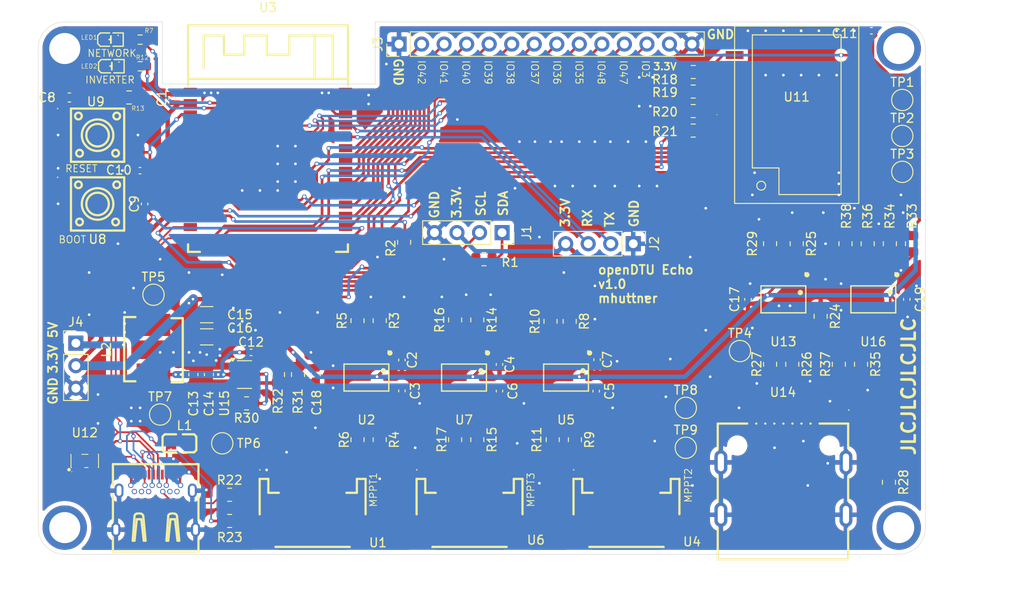
<source format=kicad_pcb>
(kicad_pcb (version 20241229) (generator "pcbnew") (generator_version "9.0")
  (layers (0 "F.Cu" signal) (2 "B.Cu" signal) (13 "F.Paste" user) (15 "B.Paste" user) (5 "F.SilkS" user "F.Silkscreen") (7 "B.SilkS" user "B.Silkscreen") (1 "F.Mask" user) (3 "B.Mask" user) (25 "Edge.Cuts" user))
  (net 0 "")
  (net 1 "+3.3V")
  (net 2 "GND")
  (net 3 "/VD1_VCC")
  (net 4 "/VD1_GND")
  (net 5 "/VD2_GND")
  (net 6 "/VD2_VCC")
  (net 7 "/VD3_GND")
  (net 8 "/VD3_VCC")
  (net 9 "/ESP_EN")
  (net 10 "/GPIO0")
  (net 11 "Net-(U15-SW)")
  (net 12 "Net-(U15-BOOT)")
  (net 13 "+5V")
  (net 14 "Net-(U15-FB)")
  (net 15 "/SDA")
  (net 16 "/SCL")
  (net 17 "/ESP_TX")
  (net 18 "/ESP_RX")
  (net 19 "/GPIO42")
  (net 20 "/GPIO36")
  (net 21 "/GPIO38")
  (net 22 "/GPIO40")
  (net 23 "/GPIO37")
  (net 24 "/GPIO48")
  (net 25 "/GPIO35")
  (net 26 "/GPIO39")
  (net 27 "/GPIO41")
  (net 28 "/GPIO47")
  (net 29 "/GPIO3")
  (net 30 "VBUS")
  (net 31 "Net-(LED1-A)")
  (net 32 "Net-(LED2-A)")
  (net 33 "/GPIO9")
  (net 34 "/GPIO8")
  (net 35 "/ESP_RX1")
  (net 36 "/GPIO12")
  (net 37 "Net-(U2-VIA)")
  (net 38 "/VD1_TX")
  (net 39 "/ESP_TX1")
  (net 40 "/GPIO11")
  (net 41 "Net-(U2-VOB)")
  (net 42 "/VD1_RX")
  (net 43 "/GPIO1")
  (net 44 "/ESP_RX2")
  (net 45 "/GPIO17")
  (net 46 "/VD2_TX")
  (net 47 "Net-(U5-VIA)")
  (net 48 "/GPIO10")
  (net 49 "/ESP_TX2")
  (net 50 "/VD2_RX")
  (net 51 "Net-(U5-VOB)")
  (net 52 "/GPIO2")
  (net 53 "/ESP_RX3")
  (net 54 "/GPIO14")
  (net 55 "Net-(U7-VIA)")
  (net 56 "/VD3_TX")
  (net 57 "/GPIO13")
  (net 58 "/ESP_TX3")
  (net 59 "Net-(U7-VOB)")
  (net 60 "/VD3_RX")
  (net 61 "Net-(U11-SCLK)")
  (net 62 "/GPIO6")
  (net 63 "Net-(U11-SDIO)")
  (net 64 "/GPIO5")
  (net 65 "Net-(U11-CSB)")
  (net 66 "/GPIO4")
  (net 67 "/GPIO21")
  (net 68 "Net-(U11-FCSB)")
  (net 69 "Net-(U10-CC2)")
  (net 70 "Net-(U10-CC1)")
  (net 71 "Net-(U13-RS)")
  (net 72 "/CAN_TX")
  (net 73 "/GPIO7")
  (net 74 "Net-(U13-CANH)")
  (net 75 "/CAN-H")
  (net 76 "/CAN-L")
  (net 77 "Net-(U13-CANL)")
  (net 78 "/GPIO18")
  (net 79 "/CAN_RX")
  (net 80 "Net-(U15-EN)")
  (net 81 "Net-(U16-RO)")
  (net 82 "/GPIO16")
  (net 83 "/GPIO15")
  (net 84 "Net-(U16-RE#)")
  (net 85 "/RS485-B")
  (net 86 "Net-(U16-B{slash}Z)")
  (net 87 "/GPIO46")
  (net 88 "Net-(U16-DE)")
  (net 89 "Net-(U16-A{slash}Y)")
  (net 90 "/RS485-A")
  (net 91 "Net-(U16-DI)")
  (net 92 "/GPIO45")
  (net 93 "Net-(U11-GPIO3)")
  (net 94 "Net-(U11-GPIO2)")
  (net 95 "Net-(U11-GPIO1)")
  (net 96 "Net-(U13-VREF)")
  (net 97 "Net-(TP8-Pad1)")
  (net 98 "Net-(TP9-Pad1)")
  (net 101 "/USB_D+")
  (net 102 "/USB_D-")
  (footprint "Resistor_SMD:R_0805_2012Metric" (layer "F.Cu") (at 171 100 -90)
    (property "Reference" "R34")
    (property "Value" "0Ohm")
  )
  (footprint "Resistor_SMD:R_0805_2012Metric" (layer "F.Cu") (at 122 108.5875 -90)
    (property "Reference" "R16")
    (property "Value" "0Ohm")
  )
  (footprint "Capacitor_SMD:C_0603_1608Metric" (layer "F.Cu") (at 78.525 83.52 180)
    (property "Reference" "C8")
    (property "Value" "1u")
  )
  (footprint "Resistor_SMD:R_0805_2012Metric" (layer "F.Cu") (at 157.5 113.5875 -90)
    (property "Reference" "R27")
    (property "Value" "0Ohm")
  )
  (footprint "Capacitor_SMD:C_0402_1005Metric" (layer "F.Cu") (at 116 113.1075 -90)
    (property "Reference" "C2")
    (property "Value" "100n")
  )
  (footprint "footprint:SOIC-8_L4.9-W3.9-P1.27-LS6.0-BL" (layer "F.Cu") (at 123 115.0875 180)
    (property "Reference" "U7")
    (property "Value" "ADUM1201ARZ-RL7")
  )
  (footprint "TestPoint:TestPoint_Pad_D2.0mm" (layer "F.Cu") (at 172.4 83.8)
    (property "Reference" "TP1")
    (property "Value" "TestPoint")
  )
  (footprint "Capacitor_SMD:C_0402_1005Metric" (layer "F.Cu") (at 138 113.0675 -90)
    (property "Reference" "C7")
    (property "Value" "100n")
  )
  (footprint "TestPoint:TestPoint_Pad_D2.0mm" (layer "F.Cu") (at 88.75 119.25)
    (property "Reference" "TP7")
    (property "Value" "TestPoint")
  )
  (footprint "Resistor_SMD:R_0603_1608Metric" (layer "F.Cu") (at 86.5 77)
    (property "Reference" "R7")
    (property "Value" "1k")
  )
  (footprint "Capacitor_SMD:C_0805_2012Metric" (layer "F.Cu") (at 85.25 83.52 180)
    (property "Reference" "R13")
    (property "Value" "10k")
  )
  (footprint "Capacitor_SMD:C_0402_1005Metric" (layer "F.Cu") (at 90.1 83.62 90)
    (property "Reference" "C1")
    (property "Value" "100n")
  )
  (footprint "Resistor_SMD:R_0805_2012Metric" (layer "F.Cu") (at 165.25 113.5875 -90)
    (property "Reference" "R37")
    (property "Value" "0Ohm")
  )
  (footprint "Resistor_SMD:R_0805_2012Metric" (layer "F.Cu") (at 125.25 101.75)
    (property "Reference" "R1")
    (property "Value" "0Ohm")
  )
  (footprint "TestPoint:TestPoint_Pad_D2.0mm" (layer "F.Cu") (at 148 123)
    (property "Reference" "TP9")
    (property "Value" "TestPoint")
  )
  (footprint "Resistor_SMD:R_0805_2012Metric" (layer "F.Cu") (at 160.5 100 -90)
    (property "Reference" "R25")
    (property "Value" "0Ohm")
  )
  (footprint "Capacitor_SMD:C_0402_1005Metric" (layer "F.Cu") (at 137.9 116.62 90)
    (property "Reference" "C5")
    (property "Value" "100n")
  )
  (footprint "Capacitor_SMD:C_0603_1608Metric" (layer "F.Cu") (at 94.25 114.75 90)
    (property "Reference" "C14")
    (property "Value" "10u")
  )
  (footprint "Connector_PinHeader_2.54mm:PinHeader_1x04_P2.54mm_Vertical" (layer "F.Cu") (at 142.08 100 -90)
    (property "Reference" "J2")
    (property "Value" "ESP Serial")
  )
  (footprint "Connector_PinSocket_2.54mm:PinSocket_1x04_P2.54mm_Vertical" (layer "F.Cu") (at 127.29 98.75 -90)
    (property "Reference" "J1")
    (property "Value" "I2C Display")
  )
  (footprint "footprint:CONN-SMD_S4B-PH-SM4-TB-LF-SN" (layer "F.Cu") (at 141.312484 129.6 180)
    (property "Reference" "U4")
    (property "Value" "S4B-PH-SM4-TB(LF)(SN)")
  )
  (footprint "footprint:SOIC-8_L4.9-W3.9-P1.27-LS6.0-BL" (layer "F.Cu") (at 159 106.272416 180)
    (property "Reference" "U13")
    (property "Value" "SN65HVD230DR")
  )
  (footprint "Resistor_SMD:R_0805_2012Metric" (layer "F.Cu") (at 157.5 100 -90)
    (property "Reference" "R29")
    (property "Value" "0Ohm")
  )
  (footprint "footprint:LED0603-R-RD_WHITE" (layer "F.Cu") (at 83.300102 80)
    (property "Reference" "LED2")
    (property "Value" "0603White_light_C2290")
  )
  (footprint "footprint:CONN-SMD_RJ-064" (layer "F.Cu") (at 159 125)
    (property "Reference" "U14")
    (property "Value" "RJ-064-1")
  )
  (footprint "TestPoint:TestPoint_Pad_D2.0mm" (layer "F.Cu") (at 172.4 91.9)
    (property "Reference" "TP3")
    (property "Value" "TestPoint")
  )
  (footprint "Connector_PinHeader_2.54mm:PinHeader_1x14_P2.54mm_Vertical" (layer "F.Cu") (at 115.68 77.5 90)
    (property "Reference" "J3")
    (property "Value" "GPIO")
  )
  (footprint "Resistor_SMD:R_0805_2012Metric" (layer "F.Cu") (at 122 122.0875 -90)
    (property "Reference" "R17")
    (property "Value" "0Ohm")
  )
  (footprint "footprint:E49-900M20S" (layer "F.Cu") (at 160.5 85.46)
    (property "Reference" "U11")
    (property "Value" "~")
  )
  (footprint "footprint:SOIC-8_L4.9-W3.9-P1.27-LS6.0-BL" (layer "F.Cu") (at 134.5 115.0875 180)
    (property "Reference" "U5")
    (property "Value" "ADUM1201ARZ-RL7")
  )
  (footprint "Resistor_SMD:R_0805_2012Metric" (layer "F.Cu") (at 124.5 108.5875 -90)
    (property "Reference" "R14")
    (property "Value" "0Ohm")
  )
  (footprint "Resistor_SMD:R_0805_2012Metric" (layer "F.Cu") (at 148.8375 87.25)
    (property "Reference" "R21")
    (property "Value" "0Ohm")
  )
  (footprint "Capacitor_SMD:C_0402_1005Metric" (layer "F.Cu") (at 172.905004 106.272416 90)
    (property "Reference" "C19")
    (property "Value" "100n")
  )
  (footprint "footprint:USB-TYPE-C-TH_USB-306." (layer "F.Cu") (at 88.249936 129.125946)
    (property "Reference" "U10" (hide yes))
    (property "Value" "USB-306")
  )
  (footprint "Resistor_SMD:R_0805_2012Metric" (layer "F.Cu") (at 148.8375 85.05)
    (property "Reference" "R20")
    (property "Value" "0Ohm")
  )
  (footprint "Resistor_SMD:R_0805_2012Metric" (layer "F.Cu") (at 111 122.0875 -90)
    (property "Reference" "R6")
    (property "Value" "0Ohm")
  )
  (footprint "Resistor_SMD:R_0805_2012Metric" (layer "F.Cu") (at 135.5 122.0875 -90)
    (property "Reference" "R9")
    (property "Value" "0Ohm")
  )
  (footprint "Resistor_SMD:R_0805_2012Metric" (layer "F.Cu") (at 163.2 108.1875 -90)
    (property "Reference" "R24")
    (property "Value" "10k")
  )
  (footprint "Resistor_SMD:R_0805_2012Metric" (layer "F.Cu") (at 124.5 122.0875 -90)
    (property "Reference" "R15")
    (property "Value" "0Ohm")
  )
  (footprint "Capacitor_SMD:C_0402_1005Metric" (layer "F.Cu") (at 168.92 76 180)
    (property "Reference" "C11")
    (property "Value" "100n")
  )
  (footprint "TestPoint:TestPoint_Pad_D2.0mm" (layer "F.Cu") (at 95.75 122.5)
    (property "Reference" "TP6")
    (property "Value" "TestPoint")
  )
  (footprint "Connector_PinHeader_2.54mm:PinHeader_1x03_P2.54mm_Vertical" (layer "F.Cu") (at 79.25 111.21)
    (property "Reference" "J4")
    (property "Value" "Conn_01x03_Pin")
  )
  (footprint "Capacitor_SMD:C_0402_1005Metric" (layer "F.Cu") (at 87 95.52 90)
    (property "Reference" "C9")
    (property "Value" "100n")
  )
  (footprint "Capacitor_SMD:C_0603_1608Metric" (layer "F.Cu") (at 92.5 114.75 90)
    (property "Reference" "C13")
    (property "Value" "100n")
  )
  (footprint "TestPoint:TestPoint_Pad_D2.0mm" (layer "F.Cu") (at 172.4 87.85)
    (property "Reference" "TP2")
    (property "Value" "TestPoint")
  )
  (footprint "footprint:CONN-SMD_S4B-PH-SM4-TB-LF-SN" (layer "F.Cu") (at 123.624968 129.6 180)
    (property "Reference" "U6")
    (property "Value" "S4B-PH-SM4-TB(LF)(SN)")
  )
  (footprint "footprint:L0805" (layer "F.Cu") (at 90.966218 122.5)
    (property "Reference" "L1")
    (property "Value" "GZ2012D101TF")
  )
  (footprint "footprint:SOIC-8_L4.9-W3.9-P1.27-LS6.0-BL" (layer "F.Cu") (at 112 115.0875 180)
    (property "Reference" "U2")
    (property "Value" "ADUM1201ARZ-RL7")
  )
  (footprint "Resistor_SMD:R_0805_2012Metric" (layer "F.Cu") (at 168.5 100 -90)
    (property "Reference" "R36")
    (property "Value" "0Ohm")
  )
  (footprint "Resistor_SMD:R_0805_2012Metric" (layer "F.Cu") (at 148.8375 80.65)
    (property "Reference" "R18")
    (property "Value" "0Ohm")
  )
  (footprint "Capacitor_SMD:C_0402_1005Metric" (layer "F.Cu") (at 155 106.272416 -90)
    (property "Reference" "C17")
    (property "Value" "100n")
  )
  (footprint "Capacitor_SMD:C_0603_1608Metric" (layer "F.Cu") (at 106.2875 114.75 90)
    (property "Reference" "C18")
    (property "Value" "56p")
  )
  (footprint "footprint:KEY-SMD_4P-L6.0-W6.0-P3.90-LS9.0" (layer "F.Cu") (at 81.699898 87.77)
    (property "Reference" "U9")
    (property "Value" "K2-6639SP-C4SC-04")
  )
  (footprint "Resistor_SMD:R_0805_2012Metric" (layer "F.Cu") (at 173.5 100 -90)
    (property "Reference" "R33")
    (property "Value" "0Ohm")
  )
  (footprint "TestPoint:TestPoint_Pad_D2.0mm" (layer "F.Cu") (at 154.1 112.1)
    (property "Reference" "TP4")
    (property "Value" "TestPoint")
  )
  (footprint "Capacitor_SMD:C_0402_1005Metric" (layer "F.Cu") (at 99 112.25)
    (property "Reference" "C12")
    (property "Value" "100n")
  )
  (footprint "footprint:KEY-SMD_4P-L6.0-W6.0-P3.90-LS9.0" (layer "F.Cu") (at 81.699898 95.52)
    (property "Reference" "U8")
    (property "Value" "K2-6639SP-C4SC-04")
  )
  (footprint "Capacitor_SMD:C_0402_1005Metric" (layer "F.Cu") (at 127 113.6075 -90)
    (property "Reference" "C4")
    (property "Value" "100n")
  )
  (footprint "Resistor_SMD:R_0805_2012Metric" (layer "F.Cu") (at 166 100 -90)
    (property "Reference" "R38")
    (property "Value" "0Ohm")
  )
  (footprint "TestPoint:TestPoint_Pad_D2.0mm" (layer "F.Cu") (at 88 105.75)
    (property "Reference" "TP5")
    (property "Value" "TestPoint")
  )
  (footprint "Capacitor_SMD:C_0402_1005Metric" (layer "F.Cu") (at 86.48 91.77 180)
    (property "Reference" "C10")
    (property "Value" "100n")
  )
  (footprint "Resistor_SMD:R_0603_1608Metric" (layer "F.Cu") (at 86.5 80)
    (property "Reference" "R12")
    (property "Value" "1k")
  )
  (footprint "Resistor_SMD:R_0805_2012Metric" (layer "F.Cu") (at 170.9 126.8875 -90)
    (property "Reference" "R28")
    (property "Value" "120R")
  )
  (footprint "Resistor_SMD:R_0805_2012Metric" (layer "F.Cu") (at 113.5 122.0875 -90)
    (property "Reference" "R4")
    (property "Value" "0Ohm")
  )
  (footprint "Resistor_SMD:R_0805_2012Metric" (layer "F.Cu") (at 133 122.0875 -90)
    (property "Reference" "R11")
    (property "Value" "0Ohm")
  )
  (footprint "Resistor_SMD:R_0805_2012Metric" (layer "F.Cu") (at 132.75 108.75 -90)
    (property "Reference" "R10")
    (property "Value" "0Ohm")
  )
  (footprint "Resistor_SMD:R_0805_2012Metric" (layer "F.Cu") (at 148.8375 82.85)
    (property "Reference" "R19")
    (property "Value" "0Ohm")
  )
  (footprint "Resistor_SMD:R_0805_2012Metric" (layer "F.Cu") (at 96.5875 131.25)
    (property "Reference" "R23")
    (property "Value" "5.1k")
  )
  (footprint "Resistor_SMD:R_0805_2012Metric" (layer "F.Cu") (at 104.2875 114.75 90)
    (property "Reference" "R31")
    (property "Value" "100k")
  )
  (footprint "Resistor_SMD:R_0805_2012Metric" (layer "F.Cu") (at 96.5875 128.3)
    (property "Reference" "R22")
    (property "Value" "5.1k")
  )
  (footprint "footprint:IND-SMD_L7.1-W6.6_SLO0618H" (layer "F.Cu") (at 88 111.950025 90)
    (property "Reference" "L2")
    (property "Value" "15uH")
  )
  (footprint "Package_TO_SOT_SMD:SOT-23-6" (layer "F.Cu") (at 98.25 114.75)
    (property "Reference" "U15")
    (property "Value" "TPS54202DDC")
  )
  (footprint "footprint:SOIC-8_L4.9-W3.9-P1.27-LS6.0-BL" (layer "F.Cu") (at 169.135001 106.272416 180)
    (property "Reference" "U16")
    (property "Value" "ISL3178EIBZ-T")
  )
  (footprint "Resistor_SMD:R_0805_2012Metric" (layer "F.Cu") (at 116.25 99.8375 -90)
    (property "Reference" "R2")
    (property "Value" "0Ohm")
  )
  (footprint "Capacitor_SMD:C_1206_3216Metric" (layer "F.Cu") (at 94 108)
    (property "Reference" "C15")
    (property "Value" "22u")
  )
  (footprint "Resistor_SMD:R_0805_2012Metric" (layer "F.Cu") (at 98.5 118 180)
    (property "Reference" "R30")
    (property "Value" "100k")
  )
  (footprint "Resistor_SMD:R_0805_2012Metric" (layer "F.Cu") (at 167.75 113.5875 -90)
    (property "Reference" "R35")
    (property "Value" "0Ohm")
  )
  (footprint "footprint:LED0603-R-RD_WHITE" (layer "F.Cu") (at 83.199898 77)
    (property "Reference" "LED1")
    (property "Value" "0603White_light_C2290")
  )
  (footprint "Resistor_SMD:R_0805_2012Metric" (layer "F.Cu") (at 111 108.675 -90)
    (property "Reference" "R5")
    (property "Value" "0Ohm")
  )
  (footprint "Resistor_SMD:R_0805_2012Metric" (layer "F.Cu") (at 134.9125 108.75 -90)
    (property "Reference" "R8")
    (property "Value" "0Ohm")
  )
  (footprint "Resistor_SMD:R_0805_2012Metric" (layer "F.Cu") (at 102.0375 114.75 -90)
    (property "Reference" "R32")
    (property "Value" "22k")
  )
  (footprint "footprint:CONN-SMD_S4B-PH-SM4-TB-LF-SN" (layer "F.Cu") (at 105.937452 129.6 180)
    (property "Reference" "U1")
    (property "Value" "S4B-PH-SM4-TB(LF)(SN)")
  )
  (footprint "Capacitor_SMD:C_0402_1005Metric" (layer "F.Cu") (at 116 116.5875 90)
    (property "Reference" "C3")
    (property "Value" "100n")
  )
  (footprint "Resistor_SMD:R_0805_2012Metric" (layer "F.Cu") (at 113.5 108.675 -90)
    (property "Reference" "R3")
    (property "Value" "0Ohm")
  )
  (footprint "Capacitor_SMD:C_0402_1005Metric" (layer "F.Cu") (at 127 116.6075 90)
    (property "Reference" "C6")
    (property "Value" "100n")
  )
  (footprint "Resistor_SMD:R_0805_2012Metric" (layer "F.Cu") (at 160 113.5875 -90)
    (property "Reference" "R26")
    (property "Value" "0Ohm")
  )
  (footprint "TestPoint:TestPoint_Pad_D2.0mm" (layer "F.Cu") (at 148 118.5)
    (property "Reference" "TP8")
    (property "Value" "TestPoint")
  )
  (footprint "footprint:SOT-143-4_L2.9-W1.3-P1.92-LS2.4-BL" (layer "F.Cu") (at 80.25 124.5)
    (property "Reference" "U12")
    (property "Value" "SP0503BAHTG_C3040626")
  )
  (footprint "Capacitor_SMD:C_1206_3216Metric" (layer "F.Cu") (at 94 110.5)
    (property "Reference" "C16")
    (property "Value" "22u")
  )
  (footprint "footprint:WIRELM-SMD_ESP32-S3-WROOM-1" (layer "F.Cu") (at 100.900178 91.774829)
    (property "Reference" "U3")
    (property "Value" "ESP32-S3-WROOM-1(N16)")
  )
  (gr_arc (start 78 135) (mid 75.87868 134.12132) (end 75 132) (stroke (width 0.05)) (layer "Edge.Cuts"))
  (gr_line (start 113 75) (end 172 75) (stroke (width 0.05)) (layer "Edge.Cuts"))
  (gr_line (start 113 82) (end 113 75) (stroke (width 0.05)) (layer "Edge.Cuts"))
  (gr_arc (start 172 75) (mid 174.12132 75.87868) (end 175 78) (stroke (width 0.05)) (layer "Edge.Cuts"))
  (gr_line (start 175 132) (end 175 78) (stroke (width 0.05)) (layer "Edge.Cuts"))
  (gr_line (start 89 75) (end 89 82) (stroke (width 0.05)) (layer "Edge.Cuts"))
  (gr_arc (start 75 78) (mid 75.87868 75.87868) (end 78 75) (stroke (width 0.05)) (layer "Edge.Cuts"))
  (gr_line (start 75 78) (end 75 132) (stroke (width 0.05)) (layer "Edge.Cuts"))
  (gr_line (start 89 75) (end 78 75) (stroke (width 0.05)) (layer "Edge.Cuts"))
  (gr_arc (start 175 132) (mid 174.12132 134.12132) (end 172 135) (stroke (width 0.05)) (layer "Edge.Cuts"))
  (gr_line (start 172 135) (end 78 135) (stroke (width 0.05)) (layer "Edge.Cuts"))
  (gr_line (start 89 82) (end 113 82) (stroke (width 0.05)) (layer "Edge.Cuts"))
  (gr_text "JLCJLCJLCJLC" (at 174 124 90) (layer "F.SilkS") (effects (font (size 1.5 1.5) (thickness 0.3) (bold yes)) (justify left bottom)))
  (gr_text "BOOT" (at 77.25 100 0) (layer "F.SilkS") (effects (font (size 0.8 0.8) (thickness 0.1)) (justify left bottom)))
  (gr_text "SCL" (at 125.5 97 90) (layer "F.SilkS") (effects (font (size 1 1) (thickness 0.2) (bold yes)) (justify left bottom)))
  (gr_text "3.3V" (at 144.25 80.5 0) (layer "F.SilkS") (effects (font (size 0.8 0.8) (thickness 0.16) (bold yes)) (justify left bottom)))
  (gr_text "INVERTER" (at 80.25 82 0) (layer "F.SilkS") (effects (font (size 0.8 0.8) (thickness 0.1)) (justify left bottom)))
  (gr_text "RESET" (at 78 92 0) (layer "F.SilkS") (effects (font (size 0.8 0.8) (thickness 0.1)) (justify left bottom)))
  (gr_text "GND" (at 120.25 97.25 90) (layer "F.SilkS") (effects (font (size 1 1) (thickness 0.2) (bold yes)) (justify left bottom)))
  (gr_text "3.3V" (at 122.75 97.25 90) (layer "F.SilkS") (effects (font (size 1 1) (thickness 0.2) (bold yes)) (justify left bottom)))
  (gr_text "IO39" (at 125.25 79.25 270) (layer "F.SilkS") (effects (font (size 0.8 0.8) (thickness 0.1)) (justify left bottom)))
  (gr_text "GND" (at 115 79 270) (layer "F.SilkS") (effects (font (size 1 1) (thickness 0.2) (bold yes)) (justify left bottom)))
  (gr_text "MPPT1" (at 113.25 129.75 90) (layer "F.SilkS") (effects (font (size 0.8 0.8) (thickness 0.1)) (justify left bottom)))
  (gr_text "GND" (at 77.25 118.25 90) (layer "F.SilkS") (effects (font (size 1 1) (thickness 0.2) (bold yes)) (justify left bottom)))
  (gr_text "IO37" (at 130.5 79.25 270) (layer "F.SilkS") (effects (font (size 0.8 0.8) (thickness 0.1)) (justify left bottom)))
  (gr_text "NETWORK" (at 80.5 79 0) (layer "F.SilkS") (effects (font (size 0.8 0.8) (thickness 0.1)) (justify left bottom)))
  (gr_text "openDTU Echo\nv1.0\nmhuttner" (at 138 106.75 0) (layer "F.SilkS") (effects (font (size 1 1) (thickness 0.2) (bold yes)) (justify left bottom)))
  (gr_text "IO42" (at 117.75 79.25 270) (layer "F.SilkS") (effects (font (size 0.8 0.8) (thickness 0.1)) (justify left bottom)))
  (gr_text "IO3" (at 143 79.25 270) (layer "F.SilkS") (effects (font (size 0.8 0.8) (thickness 0.1)) (justify left bottom)))
  (gr_text "IO41" (at 120.25 79.25 270) (layer "F.SilkS") (effects (font (size 0.8 0.8) (thickness 0.1)) (justify left bottom)))
  (gr_text "IO47" (at 140.5 79.25 270) (layer "F.SilkS") (effects (font (size 0.8 0.8) (thickness 0.1)) (justify left bottom)))
  (gr_text "MPPT3" (at 131 129.75 90) (layer "F.SilkS") (effects (font (size 0.8 0.8) (thickness 0.1)) (justify left bottom)))
  (gr_text "IO40" (at 122.75 79.25 270) (layer "F.SilkS") (effects (font (size 0.8 0.8) (thickness 0.1)) (justify left bottom)))
  (gr_text "MPPT2" (at 148.75 129.25 90) (layer "F.SilkS") (effects (font (size 0.8 0.8) (thickness 0.1)) (justify left bottom)))
  (gr_text "3.3V" (at 135 98.25 90) (layer "F.SilkS") (effects (font (size 1 1) (thickness 0.2) (bold yes)) (justify left bottom)))
  (gr_text "IO48" (at 138 79.25 270) (layer "F.SilkS") (effects (font (size 0.8 0.8) (thickness 0.1)) (justify left bottom)))
  (gr_text "SDA" (at 128 97 90) (layer "F.SilkS") (effects (font (size 1 1) (thickness 0.2) (bold yes)) (justify left bottom)))
  (gr_text "GND" (at 142.75 98.25 90) (layer "F.SilkS") (effects (font (size 1 1) (thickness 0.2) (bold yes)) (justify left bottom)))
  (gr_text "RX\n" (at 137.5 98.25 90) (layer "F.SilkS") (effects (font (size 1 1) (thickness 0.2) (bold yes)) (justify left bottom)))
  (gr_text "IO35" (at 135.5 79.25 270) (layer "F.SilkS") (effects (font (size 0.8 0.8) (thickness 0.1)) (justify left bottom)))
  (gr_text "3.3V" (at 77.25 114.75 90) (layer "F.SilkS") (effects (font (size 1 1) (thickness 0.2) (bold yes)) (justify left bottom)))
  (gr_text "GND" (at 150.25 77 0) (layer "F.SilkS") (effects (font (size 1 1) (thickness 0.2) (bold yes)) (justify left bottom)))
  (gr_text "5V" (at 77.25 110.75 90) (layer "F.SilkS") (effects (font (size 1 1) (thickness 0.2) (bold yes)) (justify left bottom)))
  (gr_text "IO38" (at 127.75 79.25 270) (layer "F.SilkS") (effects (font (size 0.8 0.8) (thickness 0.1)) (justify left bottom)))
  (gr_text "TX" (at 140 98.25 90) (layer "F.SilkS") (effects (font (size 1 1) (thickness 0.2) (bold yes)) (justify left bottom)))
  (gr_text "IO36" (at 133 79.25 270) (layer "F.SilkS") (effects (font (size 0.8 0.8) (thickness 0.1)) (justify left bottom)))
  (via (at 172 132) (size 5) (drill 3.5) (layers "F.Cu" "B.Cu") (net 0))
  (via (at 78 132) (size 5) (drill 3.5) (layers "F.Cu" "B.Cu") (net 0))
  (via (at 172 78) (size 5) (drill 3.5) (layers "F.Cu" "B.Cu") (net 0))
  (segment (start 137.6 110.8) (end 136.9 110.8) (width 0.35) (layer "F.Cu") (net 1))
  (segment (start 90.15005 109.15005) (end 88 109.15005) (width 1) (layer "F.Cu") (net 1))
  (segment (start 92.525 106.725) (end 92.525 108) (width 0.5) (layer "F.Cu") (net 1))
  (segment (start 174.324 82.424) (end 174.324 97.376) (width 0.35) (layer "F.Cu") (net 1))
  (segment (start 169.06636 76.866361) (end 169.06636 79.13364) (width 0.35) (layer "F.Cu") (net 1))
  (segment (start 79.25 113.75) (end 82.1 110.9) (width 0.5) (layer "F.Cu") (net 1))
  (segment (start 171.1 105.8) (end 172.052416 106.752416) (width 0.3) (layer "F.Cu") (net 1))
  (segment (start 134.46 100) (end 136.405004 101.945004) (width 0.5) (layer "F.Cu") (net 1))
  (segment (start 89.6 96.6) (end 89.6 85.449975) (width 0.5) (layer "F.Cu") (net 1))
  (segment (start 114.1 111) (end 113.905004 111.194996) (width 0.35) (layer "F.Cu") (net 1))
  (segment (start 90.850253 84.1) (end 90.900114 84.149861) (width 0.5) (layer "F.Cu") (net 1))
  (segment (start 104.2875 112.7875) (end 103.75 112.25) (width 0.5) (layer "F.Cu") (net 1))
  (segment (start 92.5 107.975) (end 92.525 108) (width 1) (layer "F.Cu") (net 1))
  (segment (start 88 109.15005) (end 88 105.75) (width 1) (layer "F.Cu") (net 1))
  (segment (start 136.405004 101.945004) (end 136.405004 112.315084) (width 0.5) (layer "F.Cu") (net 1))
  (segment (start 158.364999 103.5) (end 158.364999 104.535001) (width 0.3) (layer "F.Cu") (net 1))
  (segment (start 89.6 85.3) (end 87.82 83.52) (width 0.5) (layer "F.Cu") (net 1))
  (segment (start 92.525 108) (end 92.525 110.5) (width 1) (layer "F.Cu") (net 1))
  (segment (start 136.405004 111.294996) (end 136.405004 112.315084) (width 0.35) (layer "F.Cu") (net 1))
  (segment (start 92.45 106.25) (end 92.5 106.2) (width 1) (layer "F.Cu") (net 1))
  (segment (start 91.5 108) (end 90.34995 109.15005) (width 1) (layer "F.Cu") (net 1))
  (segment (start 92 106.7) (end 92 107.475) (width 1) (layer "F.Cu") (net 1))
  (segment (start 113.905004 111.194996) (end 113.905004 112.315084) (width 0.35) (layer "F.Cu") (net 1))
  (segment (start 138 112.5875) (end 138 111.2) (width 0.35) (layer "F.Cu") (net 1))
  (segment (start 87.82 83.52) (end 86.2 83.52) (width 0.5) (layer "F.Cu") (net 1))
  (segment (start 124.905004 111.194996) (end 124.905004 112.315084) (width 0.35) (layer "F.Cu") (net 1))
  (segment (start 89.6 85.449975) (end 89.6 85.3) (width 0.5) (layer "F.Cu") (net 1))
  (segment (start 136.405004 112.315084) (end 136.405004 114.594996) (width 0.35) (layer "F.Cu") (net 1))
  (segment (start 158.364999 104.535001) (end 157.1 105.8) (width 0.3) (layer "F.Cu") (net 1))
  (segment (start 126.2 111) (end 125.1 111) (width 0.35) (layer "F.Cu") (net 1))
  (segment (start 127 111.8) (end 126.2 111) (width 0.35) (layer "F.Cu") (net 1))
  (segment (start 169.06636 76.866361) (end 169.4 76.532721) (width 0.35) (layer "F.Cu") (net 1))
  (segment (start 127 113.1275) (end 127 111.8) (width 0.35) (layer "F.Cu") (net 1))
  (segment (start 82.1 104.1) (end 89.6 96.6) (width 0.5) (layer "F.Cu") (net 1))
  (segment (start 136.9 110.8) (end 136.405004 111.294996) (width 0.35) (layer "F.Cu") (net 1))
  (segment (start 168.662721 78.73) (end 169.06636 79.13364) (width 0.35) (layer "F.Cu") (net 1))
  (segment (start 104.2875 113.8375) (end 104.2875 112.7875) (width 0.5) (layer "F.Cu") (net 1))
  (segment (start 125.1 111) (end 124.905004 111.194996) (width 0.35) (layer "F.Cu") (net 1))
  (segment (start 113.905004 114.294996) (end 113.2 115) (width 0.35) (layer "F.Cu") (net 1))
  (segment (start 92.5 106.2) (end 92.5 107.975) (width 1) (layer "F.Cu") (net 1))
  (segment (start 115.5 111) (end 114.1 111) (width 0.35) (layer "F.Cu") (net 1))
  (segment (start 97.75 106.25) (end 93 106.25) (width 0.5) (layer "F.Cu") (net 1))
  (segment (start 104.2875 113.8375) (end 106.15 113.8375) (width 0.5) (layer "F.Cu") (net 1))
  (segment (start 116 112.6275) (end 116 111.5) (width 0.35) (layer "F.Cu") (net 1))
  (segment (start 92 107.475) (end 92.525 108) (width 1) (layer "F.Cu") (net 1))
  (segment (start 92.525 110.5) (end 91.5 110.5) (width 1) (layer "F.Cu") (net 1))
  (segment (start 174.324 97.376) (end 173.9 97.8) (width 0.35) (layer "F.Cu") (net 1))
  (segment (start 90.34995 109.15005) (end 88 109.15005) (width 1) (layer "F.Cu") (net 1))
  (segment (start 93 106.25) (end 92.525 106.725) (width 0.5) (layer "F.Cu") (net 1))
  (segment (start 138 111.2) (end 137.6 110.8) (width 0.35) (layer "F.Cu") (net 1))
  (segment (start 165.5 78.75) (end 167.48 78.75) (width 0.3) (layer "F.Cu") (net 1))
  (segment (start 136.405004 114.594996) (end 136 115) (width 0.35) (layer "F.Cu") (net 1))
  (segment (start 113.905004 112.315084) (end 113.905004 114.294996) (width 0.35) (layer "F.Cu") (net 1))
  (segment (start 91.5 110.5) (end 90.15005 109.15005) (width 1) (layer "F.Cu") (net 1))
  (segment (start 92.05 106.65) (end 92.45 106.25) (width 1) (layer "F.Cu") (net 1))
  (segment (start 172.052416 106.752416) (end 172.905004 106.752416) (width 0.3) (layer "F.Cu") (net 1))
  (segment (start 167.48 78.75) (end 167.5 78.73) (width 0.3) (layer "F.Cu") (net 1))
  (segment (start 155 105.792416) (end 157.092416 105.792416) (width 0.3) (layer "F.Cu") (net 1))
  (segment (start 91.95 106.75) (end 92 106.7) (width 1) (layer "F.Cu") (net 1))
  (segment (start 171.040005 105.859995) (end 171.1 105.8) (width 0.3) (layer "F.Cu") (net 1))
  (segment (start 103.75 112.25) (end 97.75 106.25) (width 0.5) (layer "F.Cu") (net 1))
  (segment (start 124.905004 112.315084) (end 124.905004 114.094996) (width 0.35) (layer "F.Cu") (net 1))
  (segment (start 116 111.5) (end 115.5 111) (width 0.35) (layer "F.Cu") (net 1))
  (segment (start 92.525 108) (end 91.5 108) (width 1) (layer "F.Cu") (net 1))
  (segment (start 171.040005 109.044832) (end 171.040005 105.859995) (width 0.3) (layer "F.Cu") (net 1))
  (segment (start 82.1 110.9) (end 82.1 104.1) (width 0.5) (layer "F.Cu") (net 1))
  (segment (start 124.905004 114.094996) (end 124 115) (width 0.35) (layer "F.Cu") (net 1))
  (segment (start 169.4 76.532721) (end 169.4 76) (width 0.35) (layer "F.Cu") (net 1))
  (segment (start 92 106.7) (end 92.05 106.65) (width 1) (layer "F.Cu") (net 1))
  (segment (start 170.932721 81) (end 172.9 81) (width 0.35) (layer "F.Cu") (net 1))
  (segment (start 169.06636 79.13364) (end 170.932721 81) (width 0.35) (layer "F.Cu") (net 1))
  (segment (start 90.1 84.1) (end 90.850253 84.1) (width 0.5) (layer "F.Cu") (net 1))
  (segment (start 89.6 85.449975) (end 90.900114 84.149861) (width 0.5) (layer "F.Cu") (net 1))
  (segment (start 106.15 113.8375) (end 106.2875 113.975) (width 0.5) (layer "F.Cu") (net 1))
  (segment (start 157.092416 105.792416) (end 157.1 105.8) (width 0.3) (layer "F.Cu") (net 1))
  (segment (start 167.5 78.73) (end 168.662721 78.73) (width 0.35) (layer "F.Cu") (net 1))
  (segment (start 90.900114 84.149861) (end 92.150114 84.149861) (width 0.5) (layer "F.Cu") (net 1))
  (segment (start 172.9 81) (end 174.324 82.424) (width 0.35) (layer "F.Cu") (net 1))
  (via (at 136 115) (size 0.5) (drill 0.3) (layers "F.Cu" "B.Cu") (net 1))
  (via (at 113.2 115) (size 0.5) (drill 0.3) (layers "F.Cu" "B.Cu") (net 1))
  (via (at 92 106.7) (size 0.5) (drill 0.3) (layers "F.Cu" "B.Cu") (net 1))
  (via (at 92.45 106.25) (size 0.5) (drill 0.3) (layers "F.Cu" "B.Cu") (net 1))
  (via (at 157.2 105.8) (size 0.5) (drill 0.3) (layers "F.Cu" "B.Cu") (net 1))
  (via (at 165.5 78.75) (size 0.5) (drill 0.3) (layers "F.Cu" "B.Cu") (net 1))
  (via (at 124 115) (size 0.5) (drill 0.3) (layers "F.Cu" "B.Cu") (net 1))
  (via (at 173.9 97.8) (size 0.5) (drill 0.3) (layers "F.Cu" "B.Cu") (net 1))
  (via (at 171 105.8) (size 0.5) (drill 0.3) (layers "F.Cu" "B.Cu") (net 1))
  (via (at 103.75 112.25) (size 0.5) (drill 0.3) (layers "F.Cu" "B.Cu") (net 1))
  (segment (start 79.25 113.75) (end 84.95 113.75) (width 1) (layer "B.Cu") (net 1))
  (segment (start 91.5 107.2) (end 92.5 106.2) (width 1) (layer "B.Cu") (net 1))
  (segment (start 171.1 105.8) (end 173.9 103) (width 0.5) (layer "B.Cu") (net 1))
  (segment (start 146.16 77.5) (end 147.41 78.75) (width 0.3) (layer "B.Cu") (net 1))
  (segment (start 124 115) (end 113.2 115) (width 0.35) (layer "B.Cu") (net 1))
  (segment (start 134.46 100) (end 133.61 100.85) (width 0.5) (layer "B.Cu") (net 1))
  (segment (start 124.31 100.85) (end 122.21 98.75) (width 0.5) (layer "B.Cu") (net 1))
  (segment (start 157.1 105.8) (end 157.2 105.8) (width 0.5) (layer "B.Cu") (net 1))
  (segment (start 147.9 115) (end 157.1 105.8) (width 0.5) (layer "B.Cu") (net 1))
  (segment (start 171 105.8) (end 171.1 105.8) (width 0.5) (layer "B.Cu") (net 1))
  (segment (start 106.5 115) (end 113.2 115) (width 0.5) (layer "B.Cu") (net 1))
  (segment (start 133.61 100.85) (end 124.31 100.85) (width 0.5) (layer "B.Cu") (net 1))
  (segment (start 136 115) (end 124 115) (width 0.35) (layer "B.Cu") (net 1))
  (segment (start 173.9 103) (end 173.9 97.8) (width 0.5) (layer "B.Cu") (net 1))
  (segment (start 103.75 112.25) (end 106.5 115) (width 0.5) (layer "B.Cu") (net 1))
  (segment (start 157.2 105.8) (end 171 105.8) (width 0.5) (layer "B.Cu") (net 1))
  (segment (start 147.41 78.75) (end 165.5 78.75) (width 0.3) (layer "B.Cu") (net 1))
  (segment (start 84.95 113.75) (end 91.5 107.2) (width 1) (layer "B.Cu") (net 1))
  (segment (start 113.2 115) (end 147.9 115) (width 0.5) (layer "B.Cu") (net 1))
  (segment (start 136 115) (end 147.9 115) (width 0.35) (layer "B.Cu") (net 1))
  (segment (start 95.475 112.4) (end 95.475 112.75) (width 1) (layer "F.Cu") (net 2))
  (segment (start 95.475 110.5) (end 95.475 111.8) (width 1) (layer "F.Cu") (net 2))
  (segment (start 95.475 108) (end 95.475 110.5) (width 1) (layer "F.Cu") (net 2))
  (segment (start 159.635001 106.885001) (end 159.75 107) (width 0.3) (layer "F.Cu") (net 2))
  (segment (start 92.379984 127.83575) (end 93.86425 127.83575) (width 0.2) (layer "F.Cu") (net 2))
  (segment (start 91 126.025997) (end 91 127.185763) (width 0.25) (layer "F.Cu") (net 2))
  (segment (start 167.5 94.46) (end 165.29 94.46) (width 0.3) (layer "F.Cu") (net 2))
  (segment (start 155.67 91.92) (end 155.75 92) (width 0.3) (layer "F.Cu") (net 2))
  (segment (start 91 127.185763) (end 91.050038 127.235801) (width 0.25) (layer "F.Cu") (net 2))
  (segment (start 93.86425 127.83575) (end 93.95 127.75) (width 0.2) (layer "F.Cu") (net 2))
  (segment (start 76.27 83.52) (end 76.25 83.5) (width 0.3) (layer "F.Cu") (net 2))
  (segment (start 165.31 93.19) (end 165.25 93.25) (width 0.3) (layer "F.Cu") (net 2))
  (segment (start 94.425 113.8) (end 94.25 113.975) (width 0.8) (layer "F.Cu") (net 2))
  (segment (start 85.96 95.04) (end 85.5 95.5) (width 0.3) (layer "F.Cu") (net 2))
  (segment (start 92.150114 82.879858) (end 90.360142 82.879858) (width 0.5) (layer "F.Cu") (net 2))
  (segment (start 91 126.025997) (end 91 124.75) (width 0.25) (layer "F.Cu") (net 2))
  (segment (start 77.399796 85.819911) (end 77.399796 83.870204) (width 0.3) (layer "F.Cu") (net 2))
  (segment (start 77.399796 83.870204) (end 77.75 83.52) (width 0.3) (layer "F.Cu") (net 2))
  (segment (start 94.25 113.975) (end 92.5 113.975) (width 0.8) (layer "F.Cu") (net 2))
  (segment (start 92.5 113.975) (end 92.5 113.2) (width 0.8) (layer "F.Cu") (net 2))
  (segment (start 168.44 76) (end 168.44 76.52) (width 0.3) (layer "F.Cu") (net 2))
  (segment (start 95.475 111.8) (end 95.475 111.9) (width 1) (layer "F.Cu") (net 2))
  (segment (start 92.150114 82.879858) (end 93.629858 82.879858) (width 0.5) (layer "F.Cu") (net 2))
  (segment (start 97 110.5) (end 95.475 110.5) (width 0.5) (layer "F.Cu") (net 2))
  (segment (start 167.5 93.19) (end 165.31 93.19) (width 0.3) (layer "F.Cu") (net 2))
  (segment (start 102.0375 112.2875) (end 100.25 110.5) (width 0.5) (layer "F.Cu") (net 2))
  (segment (start 86 91.77) (end 84.52 91.77) (width 0.3) (layer "F.Cu") (net 2))
  (segment (start 87 95.04) (end 85.96 95.04) (width 0.3) (layer "F.Cu") (net 2))
  (segment (start 95.475 112.3) (end 95.475 112.4) (width 1) (layer "F.Cu") (net 2))
  (segment (start 165.33 91.92) (end 165.25 92) (width 0.3) (layer "F.Cu") (net 2))
  (segment (start 91.050038 127.235801) (end 91.050038 127.199962) (width 0.25) (layer "F.Cu") (net 2))
  (segment (start 97.1125 113.8) (end 94.425 113.8) (width 0.8) (layer "F.Cu") (net 2))
  (segment (start 92.5 113.2) (end 92.5 113) (width 0.8) (layer "F.Cu") (net 2))
  (segment (start 97 110.5) (end 97 109.75) (width 0.5) (layer "F.Cu") (net 2))
  (segment (start 95.475 108) (end 97.25 108) (width 1) (layer "F.Cu") (net 2))
  (segment (start 93.629858 82.879858) (end 93.75 83) (width 0.5) (layer "F.Cu") (net 2))
  (segment (start 77.75 83.52) (end 76.27 83.52) (width 0.3) (layer "F.Cu") (net 2))
  (segment (start 155.46 94.46) (end 155.5 94.5) (width 0.3) (layer "F.Cu") (net 2))
  (segment (start 97.25 108) (end 98 108.75) (width 1) (layer "F.Cu") (net 2))
  (segment (start 102.0375 113.8375) (end 102.0375 112.2875) (width 0.5) (layer "F.Cu") (net 2))
  (segment (start 153.5 94.46) (end 155.46 94.46) (width 0.3) (layer "F.Cu") (net 2))
  (segment (start 159.635001 103.5) (end 159.635001 106.885001) (width 0.3) (layer "F.Cu") (net 2))
  (segment (start 165.29 94.46) (end 165.25 94.5) (width 0.3) (layer "F.Cu") (net 2))
  (segment (start 168.44 76) (end 167 76) (width 0.3) (layer "F.Cu") (net 2))
  (segment (start 167.5 91.92) (end 165.33 91.92) (width 0.3) (layer "F.Cu") (net 2))
  (segment (start 95.475 111.9) (end 95.475 112.3) (width 1) (layer "F.Cu") (net 2))
  (segment (start 95.475 112.75) (end 95.0625 113.1625) (width 1) (layer "F.Cu") (net 2))
  (segment (start 100.25 110.5) (end 97 110.5) (width 0.5) (layer "F.Cu") (net 2))
  (segment (start 107.870142 82.879858) (end 107.75 83) (width 0.3) (layer "F.Cu") (net 2))
  (segment (start 85.499872 127.185763) (end 85.449834 127.235801) (width 0.3) (layer "F.Cu") (net 2))
  (segment (start 153.5 91.92) (end 155.67 91.92) (width 0.3) (layer "F.Cu") (net 2))
  (segment (start 109.650242 82.879858) (end 107.870142 82.879858) (width 0.3) (layer "F.Cu") (net 2))
  (segment (start 90.360142 82.879858) (end 90.1 83.14) (width 0.5) (layer "F.Cu") (net 2))
  (segment (start 84.52 91.77) (end 84.5 91.75) (width 0.3) (layer "F.Cu") (net 2))
  (segment (start 95.0625 113.1625) (end 94.25 113.975) (width 1) (layer "F.Cu") (net 2))
  (segment (start 85.499872 126.025997) (end 85.499872 127.185763) (width 0.3) (layer "F.Cu") (net 2))
  (segment (start 168.44 76.52) (end 167.5 77.46) (width 0.3) (layer "F.Cu") (net 2))
  (via (at 143.5 88.5) (size 0.5) (drill 0.3) (layers "F.Cu" "B.Cu") (net 2))
  (via (at 85.5 118.5) (size 0.5) (drill 0.3) (layers "F.Cu" "B.Cu") (net 2))
  (via (at 144.5 122.25) (size 0.5) (drill 0.3) (layers "F.Cu" "B.Cu") (net 2))
  (via (at 95.0625 113.1625) (size 0.5) (drill 0.3) (layers "F.Cu" "B.Cu") (net 2))
  (via (at 165 81) (size 0.5) (drill 0.3) (layers "F.Cu" "B.Cu") (net 2))
  (via (at 141.5 88.5) (size 0.5) (drill 0.3) (layers "F.Cu" "B.Cu") (net 2))
  (via (at 84 100) (size 0.5) (drill 0.3) (layers "F.Cu" "B.Cu") (net 2))
  (via (at 93.25 112.25) (size 0.5) (drill 0.3) (layers "F.Cu" "B.Cu") (net 2))
  (via (at 85.5 95.5) (size 0.5) (drill 0.3) (layers "F.Cu" "B.Cu") (net 2))
  (via (at 165.5 104.5) (size 0.5) (drill 0.3) (layers "F.Cu" "B.Cu") (net 2))
  (via (at 165.5 107.5) (size 0.5) (drill 0.3) (layers "F.Cu" "B.Cu") (net 2))
  (via (at 93.95 127.75) (size 0.5) (drill 0.3) (layers "F.Cu" "B.Cu") (net 2))
  (via (at 142.75 84.5) (size 0.5) (drill 0.3) (layers "F.Cu" "B.Cu") (net 2))
  (via (at 102 93) (size 0.5) (drill 0.3) (layers "F.Cu" "B.Cu") (net 2))
  (via (at 106.25 120.75) (size 0.5) (drill 0.3) (layers "F.Cu" "B.Cu") (net 2))
  (via (at 113.5 126.5) (size 0.5) (drill 0.3) (layers "F.Cu" "B.Cu") (net 2))
  (via (at 163.5 96.5) (size 0.5) (drill 0.3) (layers "F.Cu" "B.Cu") (net 2))
  (via (at 161.75 127.25) (size 0.5) (drill 0.3) (layers "F.Cu" "B.Cu") (net 2))
  (via (at 140.25 113.25) (size 0.5) (drill 0.3) (layers "F.Cu" "B.Cu") (net 2))
  (via (at 81.75 117) (size 0.5) (drill 0.3) (layers "F.Cu" "B.Cu") (net 2))
  (via (at 88.75 112.25) (size 0.5) (drill 0.3) (layers "F.Cu" "B.Cu") (net 2))
  (via (at 158.5 107) (size 0.5) (drill 0.3) (layers "F.Cu" "B.Cu") (net 2))
  (via (at 98 108.75) (size 0.5) (drill 0.3) (layers "F.Cu" "B.Cu") (net 2))
  (via (at 98 94) (size 0.5) (drill 0.3) (layers "F.Cu" "B.Cu") (net 2))
  (via (at 78 78) (size 5) (drill 3.5) (layers "F.Cu" "B.Cu") (net 2))
  (via (at 159 76) (size 0.5) (drill 0.3) (layers "F.Cu" "B.Cu") (net 2))
  (via (at 118 118) (size 0.5) (drill 0.3) (layers "F.Cu" "B.Cu") (net 2))
  (via (at 95.475 111.9) (size 0.5) (drill 0.3) (layers "F.Cu" "B.Cu") (net 2))
  (via (at 142.75 93.5) (size 0.5) (drill 0.3) (layers "F.Cu" "B.Cu") (net 2))
  (via (at 97 107.25) (size 0.5) (drill 0.3) (layers "F.Cu" "B.Cu") (net 2))
  (via (at 156 115.75) (size 0.5) (drill 0.3) (layers "F.Cu" "B.Cu") (net 2))
  (via (at 104 89) (size 0.5) (drill 0.3) (layers "F.Cu" "B.Cu") (net 2))
  (via (at 155.75 92) (size 0.5) (drill 0.3) (layers "F.Cu" "B.Cu") (net 2))
  (via (at 137.75 88.5) (size 0.5) (drill 0.3) (layers "F.Cu" "B.Cu") (net 2))
  (via (at 150.75 115) (size 0.5) (drill 0.3) (layers "F.Cu" "B.Cu") (net 2))
  (via (at 131.5 99.25) (size 0.5) (drill 0.3) (layers "F.Cu" "B.Cu") (net 2))
  (via (at 126 105.75) (size 0.5) (drill 0.3) (layers "F.Cu" "B.Cu") (net 2))
  (via (at 86.5 120) (size 0.5) (drill 0.3) (layers "F.Cu" "B.Cu") (net 2))
  (via (at 108.25 113.75) (size 0.5) (drill 0.3) (layers "F.Cu" "B.Cu") (net 2))
  (via (at 158 123) (size 0.5) (drill 0.3) (layers "F.Cu" "B.Cu") (net 2))
  (via (at 144.75 93.5) (size 0.5) (drill 0.3) (layers "F.Cu" "B.Cu") (net 2))
  (via (at 117.5 123) (size 0.5) (drill 0.3) (layers "F.Cu" "B.Cu") (net 2))
  (via (at 94.5 83) (size 0.5) (drill 0.3) (layers "F.Cu" "B.Cu") (net 2))
  (via (at 169.75 97.75) (size 0.5) (drill 0.3) (layers "F.Cu" "B.Cu") (net 2))
  (via (at 164 124.75) (size 0.5) (drill 0.3) (layers "F.Cu" "B.Cu") (net 2))
  (via (at 88.75 101.75) (size 0.5) (drill 0.3) (layers "F.Cu" "B.Cu") (net 2))
  (via (at 85.5 120) (size 0.5) (drill 0.3) (layers "F.Cu" "B.Cu") (net 2))
  (via (at 107.75 83) (size 0.5) (drill 0.3) (layers "F.Cu" "B.Cu") (net 2))
  (via (at 150.25 96) (size 0.5) (drill 0.3) (layers "F.Cu" "B.Cu") (net 2))
  (via (at 93.75 83) (size 0.5) (drill 0.3) (layers "F.Cu" "B.Cu") (net 2))
  (via (at 94 112.5) (size 0.5) (drill 0.3) (layers "F.Cu" "B.Cu") (net 2))
  (via (at 132.75 88.5) (size 0.5) (drill 0.3) (layers "F.Cu" "B.Cu") (net 2))
  (via (at 157 81) (size 0.5) (drill 0.3) (layers "F.Cu" "B.Cu") (net 2))
  (via (at 172.25 94.5) (size 0.5) (drill 0.3) (layers "F.Cu" "B.Cu") (net 2))
  (via (at 143.5 106) (size 0.5) (drill 0.3) (layers "F.Cu" "B.Cu") (net 2))
  (via (at 129.25 88.5) (size 0.5) (drill 0.3) (layers "F.Cu" "B.Cu") (net 2))
  (via (at 103 123.5) (size 0.5) (drill 0.3) (layers "F.Cu" "B.Cu") (net 2))
  (via (at 122.5 93.75) (size 0.5) (drill 0.3) (layers "F.Cu" "B.Cu") (net 2))
  (via (at 131.5 127) (size 0.5) (drill 0.3) (layers "F.Cu" "B.Cu") (net 2))
  (via (at 116.25 106) (size 0.5) (drill 0.3) (layers "F.Cu" "B.Cu") (net 2))
  (via (at 120.5 106) (size 0.5) (drill 0.3) (layers "F.Cu" "B.Cu") (net 2))
  (via (at 112.25 84.25) (size 0.5) (drill 0.3) (layers "F.Cu" "B.Cu") (net 2))
  (via (at 140 93.5) (size 0.5) (drill 0.3) (layers "F.Cu" "B.Cu") (net 2))
  (via (at 90.25 112.25) (size 0.5) (drill 0.3) (layers "F.Cu" "B.Cu") (net 2))
  (via (at 108.25 116.25) (size 0.5) (drill 0.3) (layers "F.Cu" "B.Cu") (net 2))
  (via (at 165 76) (size 0.5) (drill 0.3) (layers "F.Cu" "B.Cu") (net 2))
  (via (at 159.75 107) (size 0.5) (drill 0.3) (layers "F.Cu" "B.Cu") (net 2))
  (via (at 160 96.5) (size 0.5) (drill 0.3) (layers "F.Cu" "B.Cu") (net 2))
  (via (at 168.5 116.5) (size 0.5) (drill 0.3) (layers "F.Cu" "B.Cu") (net 2))
  (via (at 164.25 117.75) (size 0.5) (drill 0.3) (layers "F.Cu" "B.Cu") (net 2))
  (via (at 86.25 87.75) (size 0.5) (drill 0.3) (layers "F.Cu" "B.Cu") (net 2))
  (via (at 97 109.75) (size 0.5) (drill 0.3) (layers "F.Cu" "B.Cu") (net 2))
  (via (at 106.5 107.75) (size 0.5) (drill 0.3) (layers "F.Cu" "B.Cu") (net 2))
  (via (at 102 89) (size 0.5) (drill 0.3) (layers "F.Cu" "B.Cu") (net 2))
  (via (at 92 125.75) (size 0.5) (drill 0.3) (layers "F.Cu" "B.Cu") (net 2))
  (via (at 84.75 110) (size 0.5) (drill 0.3) (layers "F.Cu" "B.Cu") (net 2))
  (via (at 144 84.5) (size 0.5) (drill 0.3) (layers "F.Cu" "B.Cu") (net 2))
  (via (at 134.25 103.25) (size 0.5) (drill 0.3) (layers "F.Cu" "B.Cu") (net 2))
  (via (at 80.75 103.25) (size 0.5) (drill 0.3) (layers "F.Cu" "B.Cu") (net 2))
  (via (at 139.75 118.5) (size 0.5) (drill 0.3) (layers "F.Cu" "B.Cu") (net 2))
  (via (at 131 88.5) (size 0.5) (drill 0.3) (layers "F.Cu" "B.Cu") (net 2))
  (via (at 155.25 104.5) (size 0.5) (drill 0.3) (layers "F.Cu" "B.Cu") (net 2))
  (via (at 161 81) (size 0.5) (drill 0.3) (layers "F.Cu" "B.Cu") (net 2))
  (via (at 135.25 93.5) (size 0.5) (drill 0.3) (layers "F.Cu" "B.Cu") (net 2))
  (via (at 154 118.5) (size 0.5) (drill 0.3) (layers "F.Cu" "B.Cu") (net 2))
  (via (at 80.75 108) (size 0.5) (drill 0.3) (layers "F.Cu" "B.Cu") (net 2))
  (via (at 122.25 86) (size 0.5) (drill 0.3) (layers "F.Cu" "B.Cu") (net 2))
  (via (at 105.75 112.25) (size 0.5) (drill 0.3) (layers "F.Cu" "B.Cu") (net 2))
  (via (at 145.75 117.25) (size 0.5) (drill 0.3) (layers "F.Cu" "B.Cu") (net 2))
  (via (at 165.25 92) (size 0.5) (drill 0.3) (layers "F.Cu" "B.Cu") (net 2))
  (via (at 163.75 100) (size 0.5) (drill 0.3) (layers "F.Cu" "B.Cu") (net 2))
  (via (at 92 103.25) (size 0.5) (drill 0.3) (layers "F.Cu" "B.Cu") (net 2))
  (via (at 100 94) (size 0.5) (drill 0.3) (layers "F.Cu" "B.Cu") (net 2))
  (via (at 163 81) (size 0.5) (drill 0.3) (layers "F.Cu" "B.Cu") (net 2))
  (via (at 137.75 108.5) (size 0.5) (drill 0.3) (layers "F.Cu" "B.Cu") (net 2))
  (via (at 120.75 101.75) (size 0.5) (drill 0.3) (layers "F.Cu" "B.Cu") (net 2))
  (via (at 157 76) (size 0.5) (drill 0.3) (layers "F.Cu" "B.Cu") (net 2))
  (via (at 136 88.5) (size 0.5) (drill 0.3) (layers "F.Cu" "B.Cu") (net 2))
  (via (at 159 81) (size 0.5) (drill 0.3) (layers "F.Cu" "B.Cu") (net 2))
  (via (at 165.25 94.5) (size 0.5) (drill 0.3) (layers "F.Cu" "B.Cu") (net 2))
  (via (at 95.25 83) (size 0.5) (drill 0.3) (layers "F.Cu" "B.Cu") (net 2))
  (via (at 133.25 93.5) (size 0.5) (drill 0.3) (layers "F.Cu" "B.Cu") (net 2))
  (via (at 142.75 81.25) (size 0.5) (drill 0.3) (layers "F.Cu" "B.Cu") (net 2))
  (via (at 77.25 87.75) (size 0.5) (drill 0.3) (layers "F.Cu" "B.Cu") (net 2))
  (via (at 113.25 101.5) (size 0.5) (drill 0.3) (layers "F.Cu" "B.Cu") (net 2))
  (via (at 172.25 103) (size 0.5) (drill 0.3) (layers "F.Cu" "B.Cu") (net 2))
  (via (at 76.25 83.5) (size 0.5) (drill 0.3) (layers "F.Cu" "B.Cu") (net 2))
  (via (at 91 124.75) (size 0.5) (drill 0.3) (layers "F.Cu" "B.Cu") (net 2))
  (via (at 81.75 120.25) (size 0.5) (drill 0.3) (layers "F.Cu" "B.Cu") (net 2))
  (via (at 129.75 118) (size 0.5) (drill 0.3) (layers "F.Cu" "B.Cu") (net 2))
  (via (at 137.75 104.75) (size 0.5) (drill 0.3) (layers "F.Cu" "B.Cu") (net 2))
  (via (at 104 93) (size 0.5) (drill 0.3) (layers "F.Cu" "B.Cu") (net 2))
  (via (at 102.25 107.75) (size 0.5) (drill 0.3) (layers "F.Cu" "B.Cu") (net 2))
  (via (at 155.5 94.5) (size 0.5) (drill 0.3) (layers "F.Cu" "B.Cu") (net 2))
  (via (at 165.25 93.25) (size 0.5) (drill 0.3) (layers "F.Cu" "B.Cu") (net 2))
  (via (at 172.5 96.5) (size 0.5) (drill 0.3) (layers "F.Cu" "B.Cu") (net 2))
  (via (at 85.75 105) (size 0.5) (drill 0.3) (layers "F.Cu" "B.Cu") (net 2))
  (via (at 123.25 105.75) (size 0.5) (drill 0.3) (layers "F.Cu" "B.Cu") (net 2))
  (via (at 84.75 109) (size 0.5) (drill 0.3) (layers "F.Cu" "B.Cu") (net 2))
  (via (at 162 115.5) (size 0.5) (drill 0.3) (layers "F.Cu" "B.Cu") (net 2))
  (via (at 90.25 124.25) (size 0.5) (drill 0.3) (layers "F.Cu" "B.Cu") (net 2))
  (via (at 137.75 93.5) (size 0.5) (drill 0.3) (layers "F.Cu" "B.Cu") (net 2))
  (via (at 161 76) (size 0.5) (drill 0.3) (layers "F.Cu" "B.Cu") (net 2))
  (via (at 155.5 109.5) (size 0.5) (drill 0.3) (layers "F.Cu" "B.Cu") (net 2))
  (via (at 107 83) (size 0.5) (drill 0.3) (layers "F.Cu" "B.Cu") (net 2))
  (via (at 104 91) (size 0.5) (drill 0.3) (layers "F.Cu" "B.Cu") (net 2))
  (via (at 144.25 81.25) (size 0.5) (drill 0.3) (layers "F.Cu" "B.Cu") (net 2))
  (via (at 99.5 109.75) (size 0.5) (drill 0.3) (layers "F.Cu" "B.Cu") (net 2))
  (via (at 114.25 79.75) (size 0.5) (drill 0.3) (layers "F.Cu" "B.Cu") (net 2))
  (via (at 148.5 101.5) (size 0.5) (drill 0.3) (layers "F.Cu" "B.Cu") (net 2))
  (via (at 84.75 107.75) (size 0.5) (drill 0.3) (layers "F.Cu" "B.Cu") (net 2))
  (via (at 156.25 97.25) (size 0.5) (drill 0.3) (layers "F.Cu" "B.Cu") (net 2))
  (via (at 155 76) (size 0.5) (drill 0.3) (layers "F.Cu" "B.Cu") (net 2))
  (via (at 92.5 113.2) (size 0.5) (drill 0.3) (layers "F.Cu" "B.Cu") (net 2))
  (via (at 92 112.25) (size 0.5) (drill 0.3) (layers "F.Cu" "B.Cu") (net 2))
  (via (at 161.25 122.25) (size 0.5) (drill 0.3) (layers "F.Cu" "B.Cu") (net 2))
  (via (at 112.25 83.25) (size 0.5) (drill 0.3) (layers "F.Cu" "B.Cu") (net 2))
  (via (at 129 122.5) (size 0.5) (drill 0.3) (layers "F.Cu" "B.Cu") (net 2))
  (via (at 95.475 112.6) (size 0.5) (drill 0.3) (layers "F.Cu" "B.Cu") (net 2))
  (via (at 167 96) (size 0.5) (drill 0.3) (layers "F.Cu" "B.Cu") (net 2))
  (via (at 163 76) (size 0.5) (drill 0.3) (layers "F.Cu" "B.Cu") (net 2))
  (via (at 150.25 109.75) (size 0.5) (drill 0.3) (layers "F.Cu" "B.Cu") (net 2))
  (via (at 148.75 127.25) (size 0.5) (drill 0.3) (layers "F.Cu" "B.Cu") (net 2))
  (via (at 161 76) (size 0.5) (drill 0.3) (layers "F.Cu" "B.Cu") (net 2))
  (via (at 77.25 91.5) (size 0.5) (drill 0.3) (layers "F.Cu" "B.Cu") (net 2))
  (via (at 173 108.25) (size 0.5) (drill 0.3) (layers "F.Cu" "B.Cu") (net 2))
  (via (at 100.75 125.5) (size 0.5) (drill 0.3) (layers "F.Cu" "B.Cu") (net 2))
  (via (at 146.25 113) (size 0.5) (drill 0.3) (layers "F.Cu" "B.Cu") (net 2))
  (via (at 128.75 93.75) (size 0.5) (drill 0.3) (layers "F.Cu" "B.Cu") (net 2))
  (via (at 174 104.75) (size 0.5) (drill 0.3) (layers "F.Cu" "B.Cu") (net 2))
  (via (at 102 94) (size 0.5) (drill 0.3) (layers "F.Cu" "B.Cu") (net 2))
  (via (at 112.5 106) (size 0.5) (drill 0.3) (layers "F.Cu" "B.Cu") (net 2))
  (via (at 84.5 91.75) (size 0.5) (drill 0.3) (layers "F.Cu" "B.Cu") (net 2))
  (via (at 167 76) (size 0.5) (drill 0.3) (layers "F.Cu" "B.Cu") (net 2))
  (via (at 95.75 103.5) (size 0.5) (drill 0.3) (layers "F.Cu" "B.Cu") (net 2))
  (via (at 139.5 88.5) (size 0.5) (drill 0.3) (layers "F.Cu" "B.Cu") (net 2))
  (via (at 86.5 118.5) (size 0.5) (drill 0.3) (layers "F.Cu" "B.Cu") (net 2))
  (via (at 163.75 104) (size 0.5) (drill 0.3) (layers "F.Cu" "B.Cu") (net 2))
  (via (at 134 88.5) (size 0.5) (drill 0.3) (layers "F.Cu" "B.Cu") (net 2))
  (via (at 102 91) (size 0.5) (drill 0.3) (layers "F.Cu" "B.Cu") (net 2))
  (via (at 77.25 95.5) (size 0.5) (drill 0.3) (layers "F.Cu" "B.Cu") (net 2))
  (segment (start 114.5 119.5) (end 113.905004 118.905004) (width 0.3) (layer "F.Cu") (net 3))
  (segment (start 113.4 125) (end 114.85 123.55) (width 0.3) (layer "F.Cu") (net 3))
  (segment (start 114.5 119.5) (end 114.85 119.85) (width 0.3) (layer "F.Cu") (net 3))
  (segment (start 108.937452 126.6127) (end 108.937452 126.262548) (width 0.3) (layer "F.Cu") (net 3))
  (segment (start 116 117.0675) (end 116 118) (width 0.3) (layer "F.Cu") (net 3))
  (segment (start 114.85 119.85) (end 114.85 123.55) (width 0.3) (layer "F.Cu") (net 3))
  (segment (start 110.2 125) (end 113.4 125) (width 0.3) (layer "F.Cu") (net 3))
  (segment (start 116 118) (end 114.5 119.5) (width 0.3) (layer "F.Cu") (net 3))
  (segment (start 113.905004 118.905004) (end 113.905004 117.859916) (width 0.3) (layer "F.Cu") (net 3))
  (segment (start 108.937452 126.262548) (end 110.2 125) (width 0.3) (layer "F.Cu") (net 3))
  (segment (start 102.937452 126.612446) (end 102.937452 125.754027) (width 0.3) (layer "F.Cu") (net 4))
  (segment (start 110.094996 117.859916) (end 110.094996 116.605004) (width 0.3) (layer "F.Cu") (net 4))
  (segment (start 110.094996 116.605004) (end 110.25 116.45) (width 0.3) (layer "F.Cu") (net 4))
  (segment (start 110.094996 118.596484) (end 110.094996 117.859916) (width 0.3) (layer "F.Cu") (net 4))
  (segment (start 116 116.1075) (end 110.5925 116.1075) (width 0.3) (layer "F.Cu") (net 4))
  (segment (start 102.937452 125.754027) (end 110.094996 118.596484) (width 0.3) (layer "F.Cu") (net 4))
  (segment (start 110.5925 116.1075) (end 110.25 116.45) (width 0.3) (layer "F.Cu") (net 4))
  (segment (start 132.594996 117.125423) (end 133.580419 116.14) (width 0.3) (layer "F.Cu") (net 5))
  (segment (start 137.2 125.2) (end 132.4 125.2) (width 0.3) (layer "F.Cu") (net 5))
  (segment (start 131.6 120.4) (end 132.594996 119.405004) (width 0.3) (layer "F.Cu") (net 5))
  (segment (start 131.6 124.4) (end 131.6 120.4) (width 0.3) (layer "F.Cu") (net 5))
  (segment (start 132.4 125.2) (end 131.6 124.4) (width 0.3) (layer "F.Cu") (net 5))
  (segment (start 132.594996 119.405004) (end 132.594996 117.859916) (width 0.3) (layer "F.Cu") (net 5))
  (segment (start 138.312484 126.612446) (end 138.312484 126.312484) (width 0.3) (layer "F.Cu") (net 5))
  (segment (start 133.580419 116.14) (end 137.9 116.14) (width 0.3) (layer "F.Cu") (net 5))
  (segment (start 138.312484 126.312484) (end 137.2 125.2) (width 0.3) (layer "F.Cu") (net 5))
  (segment (start 132.594996 117.859916) (end 132.594996 117.125423) (width 0.3) (layer "F.Cu") (net 5))
  (segment (start 136.8 119.5) (end 137.3 119.5) (width 0.3) (layer "F.Cu") (net 6))
  (segment (start 136.405004 117.859916) (end 136.405004 119.105004) (width 0.3) (layer "F.Cu") (net 6))
  (segment (start 138.062484 119.5) (end 137.3 119.5) (width 0.3) (layer "F.Cu") (net 6))
  (segment (start 144.312484 125.75) (end 138.062484 119.5) (width 0.3) (layer "F.Cu") (net 6))
  (segment (start 144.312484 127) (end 144.312484 125.75) (width 0.3) (layer "F.Cu") (net 6))
  (segment (start 137.3 119.5) (end 137.6 119.5) (width 0.3) (layer "F.Cu") (net 6))
  (segment (start 137.6 119.5) (end 137.9 119.2) (width 0.3) (layer "F.Cu") (net 6))
  (segment (start 136.405004 119.105004) (end 136.8 119.5) (width 0.3) (layer "F.Cu") (net 6))
  (segment (start 137.9 119.2) (end 137.9 117.1) (width 0.3) (layer "F.Cu") (net 6))
  (segment (start 120.624968 119.675032) (end 120.624968 126.612446) (width 0.3) (layer "F.Cu") (net 7))
  (segment (start 121.094996 119.205004) (end 120.624968 119.675032) (width 0.3) (layer "F.Cu") (net 7))
  (segment (start 122.092919 116.1275) (end 127 116.1275) (width 0.3) (layer "F.Cu") (net 7))
  (segment (start 121.094996 117.859916) (end 121.094996 119.205004) (width 0.3) (layer "F.Cu") (net 7))
  (segment (start 121.094996 117.125423) (end 122.092919 116.1275) (width 0.3) (layer "F.Cu") (net 7))
  (segment (start 121.094996 117.859916) (end 121.094996 117.125423) (width 0.3) (layer "F.Cu") (net 7))
  (segment (start 125.5 119.3) (end 124.905004 119.3) (width 0.3) (layer "F.Cu") (net 8))
  (segment (start 124.905004 117.859916) (end 124.905004 119.3) (width 0.3) (layer "F.Cu") (net 8))
  (segment (start 127 117.0875) (end 127 117.8) (width 0.3) (layer "F.Cu") (net 8))
  (segment (start 124.905004 119.505004) (end 126.624968 121.224968) (width 0.3) (layer "F.Cu") (net 8))
  (segment (start 126.624968 121.224968) (end 126.624968 127) (width 0.3) (layer "F.Cu") (net 8))
  (segment (start 124.905004 119.3) (end 124.905004 119.505004) (width 0.3) (layer "F.Cu") (net 8))
  (segment (start 127 117.8) (end 125.5 119.3) (width 0.3) (layer "F.Cu") (net 8))
  (segment (start 87.6 91.13) (end 86.96 91.77) (width 0.3) (layer "F.Cu") (net 9))
  (segment (start 79.3 83.52) (end 84.3 83.52) (width 0.3) (layer "F.Cu") (net 9))
  (segment (start 84.3 83.52) (end 84.3 88.020089) (width 0.3) (layer "F.Cu") (net 9))
  (segment (start 92.150114 85.419863) (end 91.180137 85.419863) (width 0.3) (layer "F.Cu") (net 9))
  (segment (start 87.6 89.7) (end 87.6 91.13) (width 0.3) (layer "F.Cu") (net 9))
  (segment (start 91.180137 85.419863) (end 90.6 86) (width 0.3) (layer "F.Cu") (net 9))
  (segment (start 86.020089 89.7) (end 86 89.720089) (width 0.3) (layer "F.Cu") (net 9))
  (segment (start 84.3 88.020089) (end 86 89.720089) (width 0.3) (layer "F.Cu") (net 9))
  (segment (start 87.6 89.7) (end 86.020089 89.7) (width 0.3) (layer "F.Cu") (net 9))
  (via (at 90.6 86) (size 0.5) (drill 0.3) (layers "F.Cu" "B.Cu") (net 9))
  (via (at 87.6 89.7) (size 0.5) (drill 0.3) (layers "F.Cu" "B.Cu") (net 9))
  (segment (start 90.6 86) (end 87.6 89) (width 0.3) (layer "B.Cu") (net 9))
  (segment (start 87.6 89) (end 87.6 89.7) (width 0.3) (layer "B.Cu") (net 9))
  (segment (start 109.650242 99.389891) (end 110.360109 99.389891) (width 0.3) (layer "F.Cu") (net 10))
  (segment (start 88 97) (end 87.5 97.5) (width 0.3) (layer "F.Cu") (net 10))
  (segment (start 87.5 97.5) (end 86.029911 97.5) (width 0.3) (layer "F.Cu") (net 10))
  (segment (start 86.029911 97.5) (end 86 97.470089) (width 0.3) (layer "F.Cu") (net 10))
  (segment (start 110.360109 99.389891) (end 111.5 98.25) (width 0.3) (layer "F.Cu") (net 10))
  (segment (start 87 96) (end 88 97) (width 0.3) (layer "F.Cu") (net 10))
  (via (at 88 97) (size 0.5) (drill 0.3) (layers "F.Cu" "B.Cu") (net 10))
  (via (at 111.5 98.25) (size 0.5) (drill 0.3) (layers "F.Cu" "B.Cu") (net 10))
  (segment (start 111.5 98.25) (end 89.25 98.25) (width 0.3) (layer "B.Cu") (net 10))
  (segment (start 89.25 98.25) (end 88 97) (width 0.3) (layer "B.Cu") (net 10))
  (segment (start 95.9 114.75) (end 95.75 114.75) (width 0.4) (layer "F.Cu") (net 11))
  (segment (start 97.1125 114.75) (end 95.9 114.75) (width 0.4) (layer "F.Cu") (net 11))
  (segment (start 95.75 114.75) (end 95.3 114.75) (width 0.4) (layer "F.Cu") (net 11))
  (segment (start 98.52 112.25) (end 97.75 112.25) (width 0.4) (layer "F.Cu") (net 11))
  (segment (start 90.5 114.75) (end 88 114.75) (width 0.4) (layer "F.Cu") (net 11))
  (segment (start 95.3 114.75) (end 95.25 114.75) (width 0.4) (layer "F.Cu") (net 11))
  (segment (start 91 114.75) (end 90.5 114.75) (width 0.4) (layer "F.Cu") (net 11))
  (via (at 95.9 114.75) (size 0.5) (drill 0.3) (layers "F.Cu" "B.Cu") (net 11))
  (via (at 97.7 112.25) (size 0.5) (drill 0.3) (layers "F.Cu" "B.Cu") (net 11))
  (via (at 95.3 114.75) (size 0.5) (drill 0.3) (layers "F.Cu" "B.Cu") (net 11))
  (via (at 91.1 114.75) (size 0.5) (drill 0.3) (layers "F.Cu" "B.Cu") (net 11))
  (via (at 90.5 114.75) (size 0.5) (drill 0.3) (layers "F.Cu" "B.Cu") (net 11))
  (segment (start 91.1 114.75) (end 90.5 114.75) (width 0.8) (layer "B.Cu") (net 11))
  (segment (start 97.7 112.25) (end 96.75 112.25) (width 0.4) (layer "B.Cu") (net 11))
  (segment (start 97.75 112.25) (end 97.7 112.25) (width 0.4) (layer "B.Cu") (net 11))
  (segment (start 95.75 114.75) (end 91.1 114.75) (width 0.8) (layer "B.Cu") (net 11))
  (segment (start 96.75 112.25) (end 95.75 113.25) (width 0.4) (layer "B.Cu") (net 11))
  (segment (start 95.75 113.25) (end 95.75 114.75) (width 0.4) (layer "B.Cu") (net 11))
  (segment (start 100.5 113.5) (end 100.5 112.75) (width 0.4) (layer "F.Cu") (net 12))
  (segment (start 99.3875 113.8) (end 100.2 113.8) (width 0.4) (layer "F.Cu") (net 12))
  (segment (start 100.2 113.8) (end 100.5 113.5) (width 0.4) (layer "F.Cu") (net 12))
  (segment (start 100.5 112.75) (end 100 112.25) (width 0.4) (layer "F.Cu") (net 12))
  (segment (start 100 112.25) (end 99.48 112.25) (width 0.4) (layer "F.Cu") (net 12))
  (segment (start 86.7 117) (end 84.7 117) (width 0.8) (layer "F.Cu") (net 13))
  (segment (start 94.25 120.75) (end 92.5 122.5) (width 0.8) (layer "F.Cu") (net 13))
  (segment (start 84.6 116.9) (end 84.6 111.4) (width 0.8) (layer "F.Cu") (net 13))
  (segment (start 97.25 118) (end 96.25 117) (width 0.4) (layer "F.Cu") (net 13))
  (segment (start 94.25 120.75) (end 94.25 121) (width 0.8) (layer "F.Cu") (net 13))
  (segment (start 92.5 115.525) (end 91.025 117) (width 0.8) (layer "F.Cu") (net 13))
  (segment (start 94.425 115.7) (end 96.25 115.7) (width 0.8) (layer "F.Cu") (net 13))
  (segment (start 96.25 117) (end 96.25 115.7) (width 0.4) (layer "F.Cu") (net 13))
  (segment (start 84.7 117) (end 84.6 116.9) (width 0.8) (layer "F.Cu") (net 13))
  (segment (start 94.25 115.525) (end 94.425 115.7) (width 0.8) (layer "F.Cu") (net 13))
  (segment (start 94.25 115.525) (end 94.25 120.75) (width 0.8) (layer "F.Cu") (net 13))
  (segment (start 92.5 115.525) (end 94.25 115.525) (width 0.8) (layer "F.Cu") (net 13))
  (segment (start 97.5875 118) (end 97.25 118) (width 0.4) (layer "F.Cu") (net 13))
  (segment (start 94.25 121) (end 95.75 122.5) (width 0.8) (layer "F.Cu") (net 13))
  (segment (start 96.25 115.7) (end 97.1125 115.7) (width 0.8) (layer "F.Cu") (net 13))
  (segment (start 92.5 122.5) (end 91.932436 122.5) (width 0.8) (layer "F.Cu") (net 13))
  (segment (start 91.025 117) (end 86.7 117) (width 0.8) (layer "F.Cu") (net 13))
  (via (at 84.6 111.4) (size 0.5) (drill 0.3) (layers "F.Cu" "B.Cu") (net 13))
  (segment (start 79.44 111.4) (end 79.25 111.21) (width 0.8) (layer "B.Cu") (net 13))
  (segment (start 84.6 111.4) (end 79.44 111.4) (width 0.8) (layer "B.Cu") (net 13))
  (segment (start 106.15 115.6625) (end 106.2875 115.525) (width 0.8) (layer "F.Cu") (net 14))
  (segment (start 102.0375 115.6625) (end 104.2875 115.6625) (width 0.8) (layer "F.Cu") (net 14))
  (segment (start 102 115.7) (end 102.0375 115.6625) (width 0.4) (layer "F.Cu") (net 14))
  (segment (start 104.2875 115.6625) (end 106.15 115.6625) (width 0.8) (layer "F.Cu") (net 14))
  (segment (start 99.3875 115.7) (end 102 115.7) (width 0.4) (layer "F.Cu") (net 14))
  (segment (start 127.29 101.11) (end 127.29 98.75) (width 0.3) (layer "F.Cu") (net 15))
  (segment (start 126.65 101.75) (end 127.29 101.11) (width 0.3) (layer "F.Cu") (net 15))
  (segment (start 126.1625 101.75) (end 126.65 101.75) (width 0.3) (layer "F.Cu") (net 15))
  (segment (start 122.75 100.75) (end 124.75 98.75) (width 0.3) (layer "F.Cu") (net 16))
  (segment (start 116.25 100.75) (end 122.75 100.75) (width 0.3) (layer "F.Cu") (net 16))
  (segment (start 110.389866 86.689866) (end 111 87.3) (width 0.3) (layer "F.Cu") (net 17))
  (segment (start 109.650242 86.689866) (end 110.389866 86.689866) (width 0.3) (layer "F.Cu") (net 17))
  (via (at 111 87.3) (size 0.5) (drill 0.3) (layers "F.Cu" "B.Cu") (net 17))
  (segment (start 136.20852 98.5) (end 138.04 98.5) (width 0.3) (layer "B.Cu") (net 17))
  (segment (start 125.008521 87.3) (end 136.20852 98.5) (width 0.3) (layer "B.Cu") (net 17))
  (segment (start 111 87.3) (end 125.008521 87.3) (width 0.3) (layer "B.Cu") (net 17))
  (segment (start 138.04 98.5) (end 139.54 100) (width 0.3) (layer "B.Cu") (net 17))
  (segment (start 110.859868 87.959868) (end 110.9 88) (width 0.3) (layer "F.Cu") (net 18))
  (segment (start 109.650242 87.959868) (end 110.859868 87.959868) (width 0.3) (layer "F.Cu") (net 18))
  (via (at 111 88) (size 0.5) (drill 0.3) (layers "F.Cu" "B.Cu") (net 18))
  (segment (start 110.9 88) (end 111 88) (width 0.3) (layer "B.Cu") (net 18))
  (segment (start 125.35 88.35) (end 137 100) (width 0.3) (layer "B.Cu") (net 18))
  (segment (start 111 88) (end 125 88) (width 0.3) (layer "B.Cu") (net 18))
  (segment (start 125 88) (end 125.35 88.35) (width 0.3) (layer "B.Cu") (net 18))
  (segment (start 114.5 81.22) (end 114.5 85.430113) (width 0.3) (layer "F.Cu") (net 19))
  (segment (start 114.5 85.430113) (end 110.700242 89.229871) (width 0.3) (layer "F.Cu") (net 19))
  (segment (start 110.700242 89.229871) (end 109.650242 89.229871) (width 0.3) (layer "F.Cu") (net 19))
  (segment (start 118.22 77.5) (end 114.5 81.22) (width 0.3) (layer "F.Cu") (net 19))
  (segment (start 110.700242 96.849886) (end 113.28736 94.262768) (width 0.3) (layer "F.Cu") (net 20))
  (segment (start 117.505 82.52908) (end 118.53008 81.504) (width 0.3) (layer "F.Cu") (net 20))
  (segment (start 113.28736 94.262768) (end 113.28736 90.92116) (width 0.3) (layer "F.Cu") (net 20))
  (segment (start 117.505 86.703521) (end 117.505 82.52908) (width 0.3) (layer "F.Cu") (net 20))
  (segment (start 129.456 81.504) (end 133.46 77.5) (width 0.3) (layer "F.Cu") (net 20))
  (segment (start 118.53008 81.504) (end 129.456 81.504) (width 0.3) (layer "F.Cu") (net 20))
  (segment (start 109.650242 96.849886) (end 110.700242 96.849886) (width 0.3) (layer "F.Cu") (net 20))
  (segment (start 113.28736 90.92116) (end 117.505 86.703521) (width 0.3) (layer "F.Cu") (net 20))
  (segment (start 109.650242 94.309881) (end 110.138761 94.309881) (width 0.3) (layer "F.Cu") (net 21))
  (segment (start 116.503 86.261195) (end 116.503 82.11404) (width 0.3) (layer "F.Cu") (net 21))
  (segment (start 116.082097 86.682097) (end 116.503 86.261195) (width 0.3) (layer "F.Cu") (net 21))
  (segment (start 112.2321 92.216542) (end 112.2321 90.5321) (width 0.3) (layer "F.Cu") (net 21))
  (segment (start 110.138761 94.309881) (end 112.2321 92.216542) (width 0.3) (layer "F.Cu") (net 21))
  (segment (start 125.378 80.502) (end 128.38 77.5) (width 0.3) (layer "F.Cu") (net 21))
  (segment (start 118.11504 80.502) (end 125.378 80.502) (width 0.3) (layer "F.Cu") (net 21))
  (segment (start 116.503 82.11404) (end 118.11504 80.502) (width 0.3) (layer "F.Cu") (net 21))
  (segment (start 112.2321 90.5321) (end 116.082097 86.682097) (width 0.3) (layer "F.Cu") (net 21))
  (segment (start 109.650242 91.769876) (end 110.700242 91.769876) (width 0.3) (layer "F.Cu") (net 22))
  (segment (start 117.7 79.5) (end 121.3 79.5) (width 0.3) (layer "F.Cu") (net 22))
  (segment (start 115.5 81.7) (end 117.7 79.5) (width 0.3) (layer "F.Cu") (net 22))
  (segment (start 121.3 79.5) (end 123.3 77.5) (width 0.3) (layer "F.Cu") (net 22))
  (segment (start 115.5 82.1) (end 115.5 81.7) (width 0.3) (layer "F.Cu") (net 22))
  (segment (start 115.501 85.846153) (end 115.501 82.101) (width 0.3) (layer "F.Cu") (net 22))
  (segment (start 110.700242 91.769876) (end 111.173578 91.29654) (width 0.3) (layer "F.Cu") (net 22))
  (segment (start 115.501 82.101) (end 115.5 82.1) (width 0.3) (layer "F.Cu") (net 22))
  (segment (start 111.173578 90.173578) (end 115.501 85.846153) (width 0.3) (layer "F.Cu") (net 22))
  (segment (start 111.173578 91.29654) (end 111.173578 90.173578) (width 0.3) (layer "F.Cu") (net 22))
  (segment (start 117.004 82.32156) (end 117.004 86.496) (width 0.3) (layer "F.Cu") (net 23))
  (segment (start 116.2 87.3) (end 116.172721 87.3) (width 0.3) (layer "F.Cu") (net 23))
  (segment (start 117.004 86.496) (end 116.2 87.3) (width 0.3) (layer "F.Cu") (net 23))
  (segment (start 130.92 77.5) (end 127.417 81.003) (width 0.3) (layer "F.Cu") (net 23))
  (segment (start 116.172721 87.3) (end 112.78636 90.686361) (width 0.3) (layer "F.Cu") (net 23))
  (segment (start 118.32256 81.003) (end 117.004 82.32156) (width 0.3) (layer "F.Cu") (net 23))
  (segment (start 112.78636 90.686361) (end 112.78636 93.493766) (width 0.3) (layer "F.Cu") (net 23))
  (segment (start 110.700242 95.579884) (end 109.650242 95.579884) (width 0.3) (layer "F.Cu") (net 23))
  (segment (start 127.417 81.003) (end 118.32256 81.003) (width 0.3) (layer "F.Cu") (net 23))
  (segment (start 112.78636 93.493766) (end 110.700242 95.579884) (width 0.3) (layer "F.Cu") (net 23))
  (segment (start 133.534 82.506) (end 138.54 77.5) (width 0.3) (layer "F.Cu") (net 24))
  (segment (start 112.85 97.25) (end 112.85 97.15) (width 0.3) (layer "F.Cu") (net 24))
  (segment (start 109.909825 101.740828) (end 112.85 98.800653) (width 0.3) (layer "F.Cu") (net 24))
  (segment (start 106.615189 101.271825) (end 107.084192 101.740828) (width 0.3) (layer "F.Cu") (net 24))
  (segment (start 114.5 93.5) (end 114.5 91.12556) (width 0.3) (layer "F.Cu") (net 24))
  (segment (start 107.084192 101.740828) (end 109.909825 101.740828) (width 0.3) (layer "F.Cu") (net 24))
  (segment (start 112.85 97.15) (end 115 95) (width 0.3) (layer "F.Cu") (net 24))
  (segment (start 118.507 82.94412) (end 118.94512 82.506) (width 0.3) (layer "F.Cu") (net 24))
  (segment (start 106.615189 100.6698) (end 106.615189 101.271825) (width 0.3) (layer "F.Cu") (net 24))
  (segment (start 114.5 91.12556) (end 118.507 87.118563) (width 0.3) (layer "F.Cu") (net 24))
  (segment (start 118.507 87.118563) (end 118.507 82.94412) (width 0.3) (layer "F.Cu") (net 24))
  (segment (start 112.85 98.800653) (end 112.85 97.25) (width 0.3) (layer "F.Cu") (net 24))
  (segment (start 118.94512 82.506) (end 133.534 82.506) (width 0.3) (layer "F.Cu") (net 24))
  (via (at 114.5 93.5) (size 0.5) (drill 0.3) (layers "F.Cu" "B.Cu") (net 24))
  (via (at 115 95) (size 0.5) (drill 0.3) (layers "F.Cu" "B.Cu") (net 24))
  (segment (start 115 94) (end 114.5 93.5) (width 0.3) (layer "B.Cu") (net 24))
  (segment (start 115 95) (end 115 94) (width 0.3) (layer "B.Cu") (net 24))
  (segment (start 113.8 91.11704) (end 118.006 86.911042) (width 0.3) (layer "F.Cu") (net 25))
  (segment (start 110.13876 98.119889) (end 113.8 94.458648) (width 0.3) (layer "F.Cu") (net 25))
  (segment (start 113.8 94.458648) (end 113.8 91.11704) (width 0.3) (layer "F.Cu") (net 25))
  (segment (start 118.7376 82.005) (end 131.495 82.005) (width 0.3) (layer "F.Cu") (net 25))
  (segment (start 131.495 82.005) (end 136 77.5) (width 0.3) (layer "F.Cu") (net 25))
  (segment (start 109.650242 98.119889) (end 110.13876 98.119889) (width 0.3) (layer "F.Cu") (net 25))
  (segment (start 118.006 82.7366) (end 118.7376 82.005) (width 0.3) (layer "F.Cu") (net 25))
  (segment (start 118.006 86.911042) (end 118.006 82.7366) (width 0.3) (layer "F.Cu") (net 25))
  (segment (start 116.002 81.90652) (end 116.002 86.053674) (width 0.3) (layer "F.Cu") (net 26))
  (segment (start 110.700242 93.039879) (end 109.650242 93.039879) (width 0.3) (layer "F.Cu") (net 26))
  (segment (start 116.002 86.053674) (end 111.674578 90.3811) (width 0.3) (layer "F.Cu") (net 26))
  (segment (start 111.674578 90.3811) (end 111.674578 92.065543) (width 0.3) (layer "F.Cu") (net 26))
  (segment (start 123.339 80.001) (end 117.90752 80.001) (width 0.3) (layer "F.Cu") (net 26))
  (segment (start 125.84 77.5) (end 123.339 80.001) (width 0.3) (layer "F.Cu") (net 26))
  (segment (start 111.674578 92.065543) (end 110.700242 93.039879) (width 0.3) (layer "F.Cu") (net 26))
  (segment (start 117.90752 80.001) (end 116.002 81.90652) (width 0.3) (layer "F.Cu") (net 26))
  (segment (start 117.42852 79) (end 119.26 79) (width 0.3) (layer "F.Cu") (net 27))
  (segment (start 115 81.42852) (end 117.42852 79) (width 0.3) (layer "F.Cu") (net 27))
  (segment (start 115 85.638633) (end 115 81.42852) (width 0.3) (layer "F.Cu") (net 27))
  (segment (start 109.650242 90.499873) (end 110.138761 90.499873) (width 0.3) (layer "F.Cu") (net 27))
  (segment (start 119.26 79) (end 120.76 77.5) (width 0.3) (layer "F.Cu") (net 27))
  (segment (start 110.138761 90.499873) (end 115 85.638633) (width 0.3) (layer "F.Cu") (net 27))
  (segment (start 105.345187 101.7198) (end 105.867215 102.241828) (width 0.3) (layer "F.Cu") (net 28))
  (segment (start 115.200735 92.950735) (end 115.25 92.90147) (width 0.3) (layer "F.Cu") (net 28))
  (segment (start 119.008 87.326084) (end 119.008 83.492) (width 0.3) (layer "F.Cu") (net 28))
  (segment (start 115.75 95.099943) (end 115.75 94.5) (width 0.3) (layer "F.Cu") (net 28))
  (segment (start 119.008 83.492) (end 119.493 83.007) (width 0.3) (layer "F.Cu") (net 28))
  (segment (start 115.25 91.084081) (end 119.008 87.326084) (width 0.3) (layer "F.Cu") (net 28))
  (segment (start 115.549972 95.299971) (end 115.75 95.099943) (width 0.3) (layer "F.Cu") (net 28))
  (segment (start 113.75 97.75) (end 113.75 97.099943) (width 0.3) (layer "F.Cu") (net 28))
  (segment (start 105.345187 100.6698) (end 105.345187 101.7198) (width 0.3) (layer "F.Cu") (net 28))
  (segment (start 119.493 83.007) (end 135.573 83.007) (width 0.3) (layer "F.Cu") (net 28))
  (segment (start 115.25 92.90147) (end 115.25 91.084081) (width 0.3) (layer "F.Cu") (net 28))
  (segment (start 113.75 98.609173) (end 113.75 97.75) (width 0.3) (layer "F.Cu") (net 28))
  (segment (start 105.867215 102.241828) (end 110.117345 102.241828) (width 0.3) (layer "F.Cu") (net 28))
  (segment (start 113.75 97.099943) (end 115.549972 95.299971) (width 0.3) (layer "F.Cu") (net 28))
  (segment (start 135.573 83.007) (end 141.08 77.5) (width 0.3) (layer "F.Cu") (net 28))
  (segment (start 110.117345 102.241828) (end 113.75 98.609173) (width 0.3) (layer "F.Cu") (net 28))
  (via (at 115.200735 92.950735) (size 0.5) (drill 0.3) (layers "F.Cu" "B.Cu") (net 28))
  (via (at 115.75 94.5) (size 0.5) (drill 0.3) (layers "F.Cu" "B.Cu") (net 28))
  (segment (start 115.75 93.5) (end 115.200735 92.950735) (width 0.3) (layer "B.Cu") (net 28))
  (segment (start 115.75 94.5) (end 115.75 93.5) (width 0.3) (layer "B.Cu") (net 28))
  (segment (start 106.14574 97.89574) (end 107 97.04148) (width 0.3) (layer "F.Cu") (net 29))
  (segment (start 107 97.04148) (end 107 92.5) (width 0.3) (layer "F.Cu") (net 29))
  (segment (start 119.1 88.575) (end 119.7 87.975) (width 0.25) (layer "F.Cu") (net 29))
  (segment (start 119.7 83.9) (end 120.1 83.5) (width 0.25) (layer "F.Cu") (net 29))
  (segment (start 99 98) (end 106.04148 98) (width 0.3) (layer "F.Cu") (net 29))
  (segment (start 119.7 87.975) (end 119.7 83.9) (width 0.25) (layer "F.Cu") (net 29))
  (segment (start 93.915164 100.084836) (end 96 98) (width 0.3) (layer "F.Cu") (net 29))
  (segment (start 106.04148 98) (end 106.14574 97.89574) (width 0.3) (layer "F.Cu") (net 29))
  (segment (start 120.1 83.5) (end 137.62 83.5) (width 0.25) (layer "F.Cu") (net 29))
  (segment (start 119.1 88.6) (end 119.1 88.575) (width 0.25) (layer "F.Cu") (net 29))
  (segment (start 96 98) (end 99 98) (width 0.3) (layer "F.Cu") (net 29))
  (segment (start 93.915164 100.6698) (end 93.915164 100.084836) (width 0.3) (layer "F.Cu") (net 29))
  (segment (start 137.62 83.5) (end 143.62 77.5) (width 0.25) (layer "F.Cu") (net 29))
  (via (at 107 92.5) (size 0.5) (drill 0.3) (layers "F.Cu" "B.Cu") (net 29))
  (via (at 119.1 88.6) (size 0.5) (drill 0.3) (layers "F.Cu" "B.Cu") (net 29))
  (segment (start 107 92.5) (end 107.149 92.351) (width 0.3) (layer "B.Cu") (net 29))
  (segment (start 107.149 92.351) (end 116.248943 92.351) (width 0.3) (layer "B.Cu") (net 29))
  (segment (start 116.248943 92.351) (end 119 89.599943) (width 0.3) (layer "B.Cu") (net 29))
  (segment (start 119 88.675) (end 119 89.599943) (width 0.25) (layer "B.Cu") (net 29))
  (segment (start 119.025 88.675) (end 119.1 88.6) (width 0.25) (layer "B.Cu") (net 29))
  (segment (start 119 88.675) (end 119.025 88.675) (width 0.25) (layer "B.Cu") (net 29))
  (segment (start 83.736091 124.013909) (end 85.736091 124.013909) (width 0.2) (layer "F.Cu") (net 30))
  (segment (start 89.499872 126.025997) (end 89.499872 123.000128) (width 0.2) (layer "F.Cu") (net 30))
  (segment (start 87.75 122) (end 88.25 122.5) (width 0.2) (layer "F.Cu") (net 30))
  (segment (start 85.736091 124.027188) (end 85.736091 124.013909) (width 0.2) (layer "F.Cu") (net 30))
  (segment (start 88.25 122.5) (end 90 122.5) (width 0.2) (layer "F.Cu") (net 30))
  (segment (start 89.499872 127.185763) (end 89.449834 127.235801) (width 0.2) (layer "F.Cu") (net 30))
  (segment (start 87 126.025997) (end 87 125.291097) (width 0.2) (layer "F.Cu") (net 30))
  (segment (start 87 126.025997) (end 87 127.185763) (width 0.2) (layer "F.Cu") (net 30))
  (segment (start 87 125.291097) (end 85.736091 124.027188) (width 0.2) (layer "F.Cu") (net 30))
  (segment (start 82.058611 125.691389) (end 83.736091 124.013909) (width 0.2) (layer "F.Cu") (net 30))
  (segment (start 89.499872 123.000128) (end 90 122.5) (width 0.2) (layer "F.Cu") (net 30))
  (segment (start 89.499872 126.025997) (end 89.499872 127.185763) (width 0.2) (layer "F.Cu") (net 30))
  (segment (start 81.199962 125.691389) (end 82.058611 125.691389) (width 0.2) (layer "F.Cu") (net 30))
  (segment (start 87 127.185763) (end 87.050038 127.235801) (width 0.2) (layer "F.Cu") (net 30))
  (via (at 87.75 122) (size 0.5) (drill 0.3) (layers "F.Cu" "B.Cu") (net 30))
  (via (at 85.736091 124.013909) (size 0.5) (drill 0.3) (layers "F.Cu" "B.Cu") (net 30))
  (segment (start 86.899 121.149) (end 87.75 122) (width 0.2) (layer "B.Cu") (net 30))
  (segment (start 85 122) (end 85 121.670768) (width 0.2) (layer "B.Cu") (net 30))
  (segment (start 85.521768 121.149) (end 86.899 121.149) (width 0.2) (layer "B.Cu") (net 30))
  (segment (start 85.736091 124.013909) (end 85 123.277818) (width 0.2) (layer "B.Cu") (net 30))
  (segment (start 85 123.277818) (end 85 122) (width 0.2) (layer "B.Cu") (net 30))
  (segment (start 85 121.670768) (end 85.521768 121.149) (width 0.2) (layer "B.Cu") (net 30))
  (segment (start 84 77) (end 85.675 77) (width 0.3) (layer "F.Cu") (net 31))
  (segment (start 84.100204 80) (end 85.675 80) (width 0.3) (layer "F.Cu") (net 32))
  (segment (start 101.25 106) (end 110 106) (width 0.3) (layer "F.Cu") (net 33))
  (segment (start 111.5 102.6) (end 111.649 102.749) (width 0.3) (layer "F.Cu") (net 33))
  (segment (start 101 105.75) (end 101.25 106) (width 0.3) (layer "F.Cu") (net 33))
  (segment (start 96.455169 100.6698) (end 96.455169 101.205169) (width 0.3) (layer "F.Cu") (net 33))
  (segment (start 96.455169 101.205169) (end 101 105.75) (width 0.3) (layer "F.Cu") (net 33))
  (segment (start 123.3385 102.749) (end 124.3375 101.75) (width 0.3) (layer "F.Cu") (net 33))
  (segment (start 111.649 102.749) (end 123.3385 102.749) (width 0.3) (layer "F.Cu") (net 33))
  (via (at 110 106) (size 0.5) (drill 0.3) (layers "F.Cu" "B.Cu") (net 33))
  (via (at 111.5 102.6) (size 0.5) (drill 0.3) (layers "F.Cu" "B.Cu") (net 33))
  (segment (start 110 106) (end 110 104.1) (width 0.3) (layer "B.Cu") (net 33))
  (segment (start 110 104.1) (end 111.5 102.6) (width 0.3) (layer "B.Cu") (net 33))
  (segment (start 116.333111 98.841889) (end 116.25 98.925) (width 0.3) (layer "F.Cu") (net 34))
  (segment (start 96.599886 96.849886) (end 97 97.25) (width 0.3) (layer "F.Cu") (net 34))
  (segment (start 116.333111 97.583111) (end 116.333111 98.841889) (width 0.3) (layer "F.Cu") (net 34))
  (segment (start 92.150114 96.849886) (end 96.599886 96.849886) (width 0.3) (layer "F.Cu") (net 34))
  (via (at 116.333111 97.583111) (size 0.5) (drill 0.3) (layers "F.Cu" "B.Cu") (net 34))
  (via (at 97 97.25) (size 0.5) (drill 0.3) (layers "F.Cu" "B.Cu") (net 34))
  (segment (start 97.25 97.5) (end 116.25 97.5) (width 0.3) (layer "B.Cu") (net 34))
  (segment (start 97 97.25) (end 97.25 97.5) (width 0.3) (layer "B.Cu") (net 34))
  (segment (start 116.25 97.5) (end 116.333111 97.583111) (width 0.3) (layer "B.Cu") (net 34))
  (segment (start 112.635001 112.315084) (end 112.635001 110.452499) (width 0.3) (layer "F.Cu") (net 35))
  (segment (start 112.635001 110.452499) (end 113.5 109.5875) (width 0.3) (layer "F.Cu") (net 35))
  (segment (start 100.265177 100.6698) (end 100.265177 101.158318) (width 0.3) (layer "F.Cu") (net 36))
  (segment (start 124.5 105) (end 124.5 107.675) (width 0.3) (layer "F.Cu") (net 36))
  (segment (start 103.356859 104.25) (end 123.75 104.25) (width 0.3) (layer "F.Cu") (net 36))
  (segment (start 123.75 104.25) (end 124.5 105) (width 0.3) (layer "F.Cu") (net 36))
  (segment (start 100.265177 101.158318) (end 103.356859 104.25) (width 0.3) (layer "F.Cu") (net 36))
  (segment (start 112.635001 117.859916) (end 112.635001 120.310001) (width 0.25) (layer "F.Cu") (net 37))
  (segment (start 112.635001 120.310001) (end 113.5 121.175) (width 0.25) (layer "F.Cu") (net 37))
  (segment (start 107.4 124.2) (end 106.937452 124.662548) (width 0.3) (layer "F.Cu") (net 38))
  (segment (start 113.5 123) (end 112.3 124.2) (width 0.3) (layer "F.Cu") (net 38))
  (segment (start 106.937452 124.662548) (end 106.937452 126.6127) (width 0.3) (layer "F.Cu") (net 38))
  (segment (start 112.3 124.2) (end 107.4 124.2) (width 0.3) (layer "F.Cu") (net 38))
  (segment (start 111.364999 109.952499) (end 111 109.5875) (width 0.3) (layer "F.Cu") (net 39))
  (segment (start 111.364999 112.315084) (end 111.364999 109.952499) (width 0.3) (layer "F.Cu") (net 39))
  (segment (start 103.149339 104.751) (end 121.501 104.751) (width 0.3) (layer "F.Cu") (net 40))
  (segment (start 122 105.25) (end 122 107.675) (width 0.3) (layer "F.Cu") (net 40))
  (segment (start 98.995174 101.7198) (end 99.775374 102.5) (width 0.3) (layer "F.Cu") (net 40))
  (segment (start 100.898339 102.5) (end 103.149339 104.751) (width 0.3) (layer "F.Cu") (net 40))
  (segment (start 98.995174 100.6698) (end 98.995174 101.7198) (width 0.3) (layer "F.Cu") (net 40))
  (segment (start 99.775374 102.5) (end 100.898339 102.5) (width 0.3) (layer "F.Cu") (net 40))
  (segment (start 121.501 104.751) (end 122 105.25) (width 0.3) (layer "F.Cu") (net 40))
  (segment (start 111.364999 117.859916) (end 111.364999 120.810001) (width 0.25) (layer "F.Cu") (net 41))
  (segment (start 111.364999 120.810001) (end 111 121.175) (width 0.25) (layer "F.Cu") (net 41))
  (segment (start 104.937452 124.462548) (end 104.937452 126.6127) (width 0.3) (layer "F.Cu") (net 42))
  (segment (start 106.4 123) (end 104.937452 124.462548) (width 0.3) (layer "F.Cu") (net 42))
  (segment (start 111 123) (end 106.4 123) (width 0.3) (layer "F.Cu") (net 42))
  (segment (start 87.325 77) (end 87.325 77.75) (width 0.3) (layer "F.Cu") (net 43))
  (segment (start 87.875 78.3) (end 87.325 77.75) (width 0.3) (layer "F.Cu") (net 43))
  (segment (start 87.9 78.3) (end 87.875 78.3) (width 0.3) (layer "F.Cu") (net 43))
  (segment (start 94.349861 84.149861) (end 109.650242 84.149861) (width 0.3) (layer "F.Cu") (net 43))
  (via (at 87.9 78.3) (size 0.5) (drill 0.3) (layers "F.Cu" "B.Cu") (net 43))
  (via (at 94.349861 84.116647) (size 0.5) (drill 0.3) (layers "F.Cu" "B.Cu") (net 43))
  (segment (start 88.275 78.7) (end 88.275 82.275) (width 0.3) (layer "B.Cu") (net 43))
  (segment (start 90.1 84.1) (end 94.333214 84.1) (width 0.3) (layer "B.Cu") (net 43))
  (segment (start 88.275 78.7) (end 88.275 78.675) (width 0.3) (layer "B.Cu") (net 43))
  (segment (start 88.275 78.675) (end 87.9 78.3) (width 0.3) (layer "B.Cu") (net 43))
  (segment (start 94.333214 84.1) (end 94.349861 84.116647) (width 0.3) (layer "B.Cu") (net 43))
  (segment (start 88.275 82.275) (end 90.1 84.1) (width 0.3) (layer "B.Cu") (net 43))
  (segment (start 135.135001 109.885001) (end 134.9125 109.6625) (width 0.3) (layer "F.Cu") (net 44))
  (segment (start 135.135001 112.315084) (end 135.135001 109.885001) (width 0.3) (layer "F.Cu") (net 44))
  (segment (start 113.5 107.7625) (end 112.6365 108.626) (width 0.3) (layer "F.Cu") (net 45))
  (segment (start 112.6365 108.626) (end 109.525 108.626) (width 0.3) (layer "F.Cu") (net 45))
  (segment (start 88.5 98.8) (end 90.6 96.7) (width 0.3) (layer "F.Cu") (net 45))
  (segment (start 109.525 108.626) (end 107.4 106.501) (width 0.3) (layer "F.Cu") (net 45))
  (segment (start 107.4 106.501) (end 100.901 106.501) (width 0.3) (layer "F.Cu") (net 45))
  (segment (start 90.6 96.7) (end 90.6 94.7) (width 0.3) (layer "F.Cu") (net 45))
  (segment (start 90.6 94.7) (end 90.990119 94.309881) (width 0.3) (layer "F.Cu") (net 45))
  (segment (start 100.901 106.501) (end 96.5 102.1) (width 0.3) (layer "F.Cu") (net 45))
  (segment (start 90.990119 94.309881) (end 92.150114 94.309881) (width 0.3) (layer "F.Cu") (net 45))
  (segment (start 91.590119 94.309881) (end 92.150114 94.309881) (width 0.2) (layer "F.Cu") (net 45))
  (via (at 96.5 102.1) (size 0.5) (drill 0.3) (layers "F.Cu" "B.Cu") (net 45))
  (via (at 88.5 98.8) (size 0.5) (drill 0.3) (layers "F.Cu" "B.Cu") (net 45))
  (segment (start 96.5 102.1) (end 91.8 102.1) (width 0.3) (layer "B.Cu") (net 45))
  (segment (start 91.8 102.1) (end 88.5 98.8) (width 0.3) (layer "B.Cu") (net 45))
  (segment (start 135.5 123) (end 139.949784 123) (width 0.3) (layer "F.Cu") (net 46))
  (segment (start 139.949784 123) (end 142.312484 125.3627) (width 0.3) (layer "F.Cu") (net 46))
  (segment (start 142.312484 125.3627) (end 142.312484 126.6127) (width 0.3) (layer "F.Cu") (net 46))
  (segment (start 135.135001 117.859916) (end 135.135001 120.810001) (width 0.3) (layer "F.Cu") (net 47))
  (segment (start 135.135001 120.810001) (end 135.5 121.175) (width 0.3) (layer "F.Cu") (net 47))
  (segment (start 97.725172 100.6698) (end 97.725172 101.7198) (width 0.3) (layer "F.Cu") (net 48))
  (segment (start 97.725172 101.7198) (end 101.257372 105.252) (width 0.3) (layer "F.Cu") (net 48))
  (segment (start 101.257372 105.252) (end 110.752 105.252) (width 0.3) (layer "F.Cu") (net 48))
  (segment (start 111 105.5) (end 111 107.7625) (width 0.3) (layer "F.Cu") (net 48))
  (segment (start 110.752 105.252) (end 111 105.5) (width 0.3) (layer "F.Cu") (net 48))
  (segment (start 133.864999 110.777499) (end 132.75 109.6625) (width 0.3) (layer "F.Cu") (net 49))
  (segment (start 133.864999 112.315084) (end 133.864999 110.777499) (width 0.3) (layer "F.Cu") (net 49))
  (segment (start 139.1 124.2) (end 140.312484 125.412484) (width 0.3) (layer "F.Cu") (net 50))
  (segment (start 133 123) (end 134.2 124.2) (width 0.3) (layer "F.Cu") (net 50))
  (segment (start 134.2 124.2) (end 139.1 124.2) (width 0.3) (layer "F.Cu") (net 50))
  (segment (start 140.312484 125.412484) (end 140.312484 126.6127) (width 0.3) (layer "F.Cu") (net 50))
  (segment (start 133.864999 120.310001) (end 133 121.175) (width 0.3) (layer "F.Cu") (net 51))
  (segment (start 133.864999 117.859916) (end 133.864999 120.310001) (width 0.3) (layer "F.Cu") (net 51))
  (segment (start 107.83124 84.650861) (end 104.4 84.650861) (width 0.3) (layer "F.Cu") (net 52))
  (segment (start 93.7 84.716647) (end 93.694451 84.716647) (width 0.3) (layer "F.Cu") (net 52))
  (segment (start 87.3 81.1) (end 87.3 80.025) (width 0.3) (layer "F.Cu") (net 52))
  (segment (start 104.334214 84.716647) (end 93.7 84.716647) (width 0.3) (layer "F.Cu") (net 52))
  (segment (start 87.3 80.025) (end 87.325 80) (width 0.3) (layer "F.Cu") (net 52))
  (segment (start 108.600242 85.419863) (end 107.83124 84.650861) (width 0.3) (layer "F.Cu") (net 52))
  (segment (start 109.650242 85.419863) (end 108.600242 85.419863) (width 0.3) (layer "F.Cu") (net 52))
  (segment (start 104.4 84.650861) (end 104.334214 84.716647) (width 0.3) (layer "F.Cu") (net 52))
  (via (at 93.7 84.716647) (size 0.5) (drill 0.3) (layers "F.Cu" "B.Cu") (net 52))
  (via (at 87.3 81.1) (size 0.5) (drill 0.3) (layers "F.Cu" "B.Cu") (net 52))
  (segment (start 90.008127 84.716647) (end 87.3 82.00852) (width 0.3) (layer "B.Cu") (net 52))
  (segment (start 93.694451 84.716647) (end 90.008127 84.716647) (width 0.3) (layer "B.Cu") (net 52))
  (segment (start 87.3 82.00852) (end 87.3 81.1) (width 0.3) (layer "B.Cu") (net 52))
  (segment (start 123.635001 112.315084) (end 123.635001 110.364999) (width 0.3) (layer "F.Cu") (net 53))
  (segment (start 123.635001 110.364999) (end 124.5 109.5) (width 0.3) (layer "F.Cu") (net 53))
  (segment (start 102.805182 101.7198) (end 104.335382 103.25) (width 0.3) (layer "F.Cu") (net 54))
  (segment (start 134.9125 106.6625) (end 134.9125 107.8375) (width 0.3) (layer "F.Cu") (net 54))
  (segment (start 104.335382 103.25) (end 131.5 103.25) (width 0.3) (layer "F.Cu") (net 54))
  (segment (start 102.805182 100.6698) (end 102.805182 101.7198) (width 0.3) (layer "F.Cu") (net 54))
  (segment (start 131.5 103.25) (end 134.9125 106.6625) (width 0.3) (layer "F.Cu") (net 54))
  (segment (start 123.635001 117.859916) (end 123.635001 120.310001) (width 0.3) (layer "F.Cu") (net 55))
  (segment (start 123.635001 120.310001) (end 124.5 121.175) (width 0.3) (layer "F.Cu") (net 55))
  (segment (start 124.624968 127) (end 124.624968 123.124968) (width 0.3) (layer "F.Cu") (net 56))
  (segment (start 124.624968 123.124968) (end 124.5 123) (width 0.3) (layer "F.Cu") (net 56))
  (segment (start 103.565379 103.75) (end 131.25 103.75) (width 0.3) (layer "F.Cu") (net 57))
  (segment (start 132.75 105.25) (end 132.75 107.8375) (width 0.3) (layer "F.Cu") (net 57))
  (segment (start 131.25 103.75) (end 132.75 105.25) (width 0.3) (layer "F.Cu") (net 57))
  (segment (start 101.535179 101.7198) (end 103.565379 103.75) (width 0.3) (layer "F.Cu") (net 57))
  (segment (start 101.535179 100.6698) (end 101.535179 101.7198) (width 0.3) (layer "F.Cu") (net 57))
  (segment (start 122.364999 109.864999) (end 122 109.5) (width 0.3) (layer "F.Cu") (net 58))
  (segment (start 122.364999 112.315084) (end 122.364999 109.864999) (width 0.3) (layer "F.Cu") (net 58))
  (segment (start 122.364999 120.810001) (end 122 121.175) (width 0.3) (layer "F.Cu") (net 59))
  (segment (start 122.364999 117.859916) (end 122.364999 120.810001) (width 0.3) (layer "F.Cu") (net 59))
  (segment (start 122.624968 123.624968) (end 122 123) (width 0.3) (layer "F.Cu") (net 60))
  (segment (start 122.624968 127) (end 122.624968 123.624968) (width 0.3) (layer "F.Cu") (net 60))
  (segment (start 152.2 78.73) (end 150.28 80.65) (width 0.3) (layer "F.Cu") (net 61))
  (segment (start 153.5 78.73) (end 152.2 78.73) (width 0.3) (layer "F.Cu") (net 61))
  (segment (start 150.28 80.65) (end 149.75 80.65) (width 0.3) (layer "F.Cu") (net 61))
  (segment (start 107.1 85.975) (end 106.7 85.575) (width 0.25) (layer "F.Cu") (net 62))
  (segment (start 120.25 83.98781) (end 120.28681 83.951) (width 0.25) (layer "F.Cu") (net 62))
  (segment (start 137.80681 83.951) (end 139.35881 82.399) (width 0.25) (layer "F.Cu") (net 62))
  (segment (start 146.176 82.399) (end 147.925 80.65) (width 0.25) (layer "F.Cu") (net 62))
  (segment (start 93.221129 89.229871) (end 94.6 87.851) (width 0.25) (layer "F.Cu") (net 62))
  (segment (start 120.28681 83.951) (end 137.80681 83.951) (width 0.25) (layer "F.Cu") (net 62))
  (segment (start 94.6 87.851) (end 106.266042 87.851) (width 0.25) (layer "F.Cu") (net 62))
  (segment (start 107.1 87.017042) (end 107.1 85.975) (width 0.25) (layer "F.Cu") (net 62))
  (segment (start 106.266042 87.851) (end 107.1 87.017042) (width 0.25) (layer "F.Cu") (net 62))
  (segment (start 120.25 84.2) (end 120.25 83.98781) (width 0.25) (layer "F.Cu") (net 62))
  (segment (start 139.35881 82.399) (end 146.176 82.399) (width 0.25) (layer "F.Cu") (net 62))
  (segment (start 120.25 84.2) (end 120.275 84.2) (width 0.25) (layer "F.Cu") (net 62))
  (segment (start 92.150114 89.229871) (end 93.221129 89.229871) (width 0.25) (layer "F.Cu") (net 62))
  (via (at 106.7 85.575) (size 0.5) (drill 0.3) (layers "F.Cu" "B.Cu") (net 62))
  (via (at 120.275 84.2) (size 0.5) (drill 0.3) (layers "F.Cu" "B.Cu") (net 62))
  (segment (start 106.7 85.575) (end 106.725 85.6) (width 0.25) (layer "B.Cu") (net 62))
  (segment (start 118.85 85.6) (end 120.25 84.2) (width 0.25) (layer "B.Cu") (net 62))
  (segment (start 106.725 85.6) (end 118.85 85.6) (width 0.25) (layer "B.Cu") (net 62))
  (segment (start 153.5 80) (end 152.75 80) (width 0.3) (layer "F.Cu") (net 63))
  (segment (start 149.9 82.85) (end 149.75 82.85) (width 0.3) (layer "F.Cu") (net 63))
  (segment (start 152.75 80) (end 149.9 82.85) (width 0.3) (layer "F.Cu") (net 63))
  (segment (start 137.99362 84.402) (end 139.54562 82.85) (width 0.25) (layer "F.Cu") (net 64))
  (segment (start 92.150114 87.959868) (end 93.740132 87.959868) (width 0.25) (layer "F.Cu") (net 64))
  (segment (start 106.079232 87.4) (end 106.551 86.928232) (width 0.25) (layer "F.Cu") (net 64))
  (segment (start 106.551 86.476) (end 106.2 86.125) (width 0.25) (layer "F.Cu") (net 64))
  (segment (start 139.54562 82.85) (end 147.925 82.85) (width 0.25) (layer "F.Cu") (net 64))
  (segment (start 120.25 85.3) (end 120.275 85.3) (width 0.25) (layer "F.Cu") (net 64))
  (segment (start 93.740132 87.959868) (end 94.3 87.4) (width 0.25) (layer "F.Cu") (net 64))
  (segment (start 94.3 87.4) (end 106.079232 87.4) (width 0.25) (layer "F.Cu") (net 64))
  (segment (start 120.25 85.3) (end 121.148 84.402) (width 0.25) (layer "F.Cu") (net 64))
  (segment (start 106.551 86.928232) (end 106.551 86.476) (width 0.25) (layer "F.Cu") (net 64))
  (segment (start 121.148 84.402) (end 137.99362 84.402) (width 0.25) (layer "F.Cu") (net 64))
  (via (at 120.275 85.3) (size 0.5) (drill 0.3) (layers "F.Cu" "B.Cu") (net 64))
  (via (at 106.2 86.125) (size 0.5) (drill 0.3) (layers "F.Cu" "B.Cu") (net 64))
  (segment (start 106.2 86.125) (end 106.225 86.15) (width 0.25) (layer "B.Cu") (net 64))
  (segment (start 106.225 86.15) (end 119.4 86.15) (width 0.25) (layer "B.Cu") (net 64))
  (segment (start 119.4 86.15) (end 120.25 85.3) (width 0.25) (layer "B.Cu") (net 64))
  (segment (start 151.5 81.97) (end 151.48852 81.97) (width 0.3) (layer "F.Cu") (net 65))
  (segment (start 152.2 81.27) (end 151.5 81.97) (width 0.3) (layer "F.Cu") (net 65))
  (segment (start 150.9 82.55852) (end 150.9 83.9) (width 0.3) (layer "F.Cu") (net 65))
  (segment (start 150.9 83.9) (end 149.75 85.05) (width 0.3) (layer "F.Cu") (net 65))
  (segment (start 151.48852 81.97) (end 150.9 82.55852) (width 0.3) (layer "F.Cu") (net 65))
  (segment (start 153.5 81.27) (end 152.2 81.27) (width 0.3) (layer "F.Cu") (net 65))
  (segment (start 120.4 86.1) (end 120.3 86.2) (width 0.25) (layer "F.Cu") (net 66))
  (segment (start 120.4 86.1) (end 121.647 84.853) (width 0.25) (layer "F.Cu") (net 66))
  (segment (start 138.18043 84.853) (end 139.73243 83.301) (width 0.25) (layer "F.Cu") (net 66))
  (segment (start 92.150114 86.689866) (end 105.6 86.689866) (width 0.25) (layer "F.Cu") (net 66))
  (segment (start 139.73243 83.301) (end 145.6635 83.301) (width 0.25) (layer "F.Cu") (net 66))
  (segment (start 145.6635 83.301) (end 147.4125 85.05) (width 0.25) (layer "F.Cu") (net 66))
  (segment (start 147.4125 85.05) (end 147.925 85.05) (width 0.25) (layer "F.Cu") (net 66))
  (segment (start 121.647 84.853) (end 138.18043 84.853) (width 0.25) (layer "F.Cu") (net 66))
  (via (at 120.4 86.1) (size 0.5) (drill 0.3) (layers "F.Cu" "B.Cu") (net 66))
  (via (at 105.6 86.689866) (size 0.5) (drill 0.3) (layers "F.Cu" "B.Cu") (net 66))
  (segment (start 105.610134 86.7) (end 105.6 86.689866) (width 0.25) (layer "B.Cu") (net 66))
  (segment (start 120.4 86.1) (end 119.8 86.7) (width 0.25) (layer "B.Cu") (net 66))
  (segment (start 119.8 86.7) (end 105.610134 86.7) (width 0.25) (layer "B.Cu") (net 66))
  (segment (start 116.75 96.317693) (end 116.75 93.25) (width 0.3) (layer "F.Cu") (net 67))
  (segment (start 110.324865 102.742828) (end 116.75 96.317693) (width 0.3) (layer "F.Cu") (net 67))
  (segment (start 145.25 88.647) (end 146.647 87.25) (width 0.3) (layer "F.Cu") (net 67))
  (segment (start 104.075184 101.301797) (end 105.516215 102.742828) (width 0.3) (layer "F.Cu") (net 67))
  (segment (start 118.35852 91.35) (end 145.25 91.35) (width 0.3) (layer "F.Cu") (net 67))
  (segment (start 146.647 87.25) (end 147.925 87.25) (width 0.3) (layer "F.Cu") (net 67))
  (segment (start 116.75 93.25) (end 116.75 92.95852) (width 0.3) (layer "F.Cu") (net 67))
  (segment (start 116.75 92.95852) (end 117.85426 91.85426) (width 0.3) (layer "F.Cu") (net 67))
  (segment (start 105.516215 102.742828) (end 110.324865 102.742828) (width 0.3) (layer "F.Cu") (net 67))
  (segment (start 117.85426 91.85426) (end 118.35852 91.35) (width 0.3) (layer "F.Cu") (net 67))
  (segment (start 104.075184 100.6698) (end 104.075184 101.301797) (width 0.3) (layer "F.Cu") (net 67))
  (via (at 145.25 88.647) (size 0.5) (drill 0.3) (layers "F.Cu" "B.Cu") (net 67))
  (via (at 145.25 91.35) (size 0.5) (drill 0.3) (layers "F.Cu" "B.Cu") (net 67))
  (segment (start 145.25 91.35) (end 145.25 88.647) (width 0.3) (layer "B.Cu") (net 67))
  (segment (start 151.71 82.54) (end 151.401 82.849) (width 0.3) (layer "F.Cu") (net 68))
  (segment (start 151.401 85.599) (end 149.75 87.25) (width 0.3) (layer "F.Cu") (net 68))
  (segment (start 151.401 82.849) (end 151.401 85.599) (width 0.3) (layer "F.Cu") (net 68))
  (segment (start 153.5 82.54) (end 151.71 82.54) (width 0.3) (layer "F.Cu") (net 68))
  (segment (start 89.050038 128.050038) (end 89.050038 127.935827) (width 0.2) (layer "F.Cu") (net 69))
  (segment (start 95.675 128.3) (end 94.725 129.25) (width 0.2) (layer "F.Cu") (net 69))
  (segment (start 90.25 129.25) (end 89.050038 128.050038) (width 0.2) (layer "F.Cu") (net 69))
  (segment (start 94.725 129.25) (end 90.25 129.25) (width 0.2) (layer "F.Cu") (net 69))
  (segment (start 87.499872 125.223869) (end 86.763909 124.487906) (width 0.2) (layer "F.Cu") (net 70))
  (segment (start 87.499872 126.025997) (end 87.499872 125.223869) (width 0.2) (layer "F.Cu") (net 70))
  (segment (start 95.675 131.25) (end 94.5 131.25) (width 0.3) (layer "F.Cu") (net 70))
  (segment (start 86.763909 124.487906) (end 86.763909 123.486091) (width 0.2) (layer "F.Cu") (net 70))
  (via (at 94.5 131.25) (size 0.5) (drill 0.3) (layers "F.Cu" "B.Cu") (net 70))
  (via (at 86.763909 123.486091) (size 0.5) (drill 0.3) (layers "F.Cu" "B.Cu") (net 70))
  (segment (start 90.699 123.449) (end 93.5 126.25) (width 0.2) (layer "B.Cu") (net 70))
  (segment (start 93.5 126.25) (end 94.5 127.25) (width 0.2) (layer "B.Cu") (net 70))
  (segment (start 86.801 123.449) (end 90.699 123.449) (width 0.2) (layer "B.Cu") (net 70))
  (segment (start 86.763909 123.486091) (end 86.801 123.449) (width 0.2) (layer "B.Cu") (net 70))
  (segment (start 94.5 127.25) (end 94.5 131.25) (width 0.2) (layer "B.Cu") (net 70))
  (segment (start 163.2 109.8) (end 163.2 109.1) (width 0.3) (layer "F.Cu") (net 71))
  (segment (start 160.905004 110.005004) (end 161.6 110.7) (width 0.3) (layer "F.Cu") (net 71))
  (segment (start 160.905004 109.044832) (end 160.905004 110.005004) (width 0.3) (layer "F.Cu") (net 71))
  (segment (start 162.3 110.7) (end 163.2 109.8) (width 0.3) (layer "F.Cu") (net 71))
  (segment (start 161.6 110.7) (end 162.3 110.7) (width 0.3) (layer "F.Cu") (net 71))
  (segment (start 160.905004 101.317504) (end 160.5 100.9125) (width 0.3) (layer "F.Cu") (net 72))
  (segment (start 160.905004 103.5) (end 160.905004 101.317504) (width 0.3) (layer "F.Cu") (net 72))
  (segment (start 148.75 91.95) (end 121.072179 91.95) (width 0.3) (layer "F.Cu") (net 73))
  (segment (start 104.998 94.7) (end 104.6 95.098) (width 0.3) (layer "F.Cu") (net 73))
  (segment (start 94.2 91.1) (end 98.198 95.098) (width 0.3) (layer "F.Cu") (net 73))
  (segment (start 121.022179 92) (end 117.349999 95.67218) (width 0.2) (layer "F.Cu") (net 73))
  (segment (start 103.8 95.098) (end 104.6 95.098) (width 0.3) (layer "F.Cu") (net 73))
  (segment (start 105 94.7) (end 104.998 94.7) (width 0.3) (layer "F.Cu") (net 73))
  (segment (start 92.150114 90.499873) (end 93.599873 90.499873) (width 0.3) (layer "F.Cu") (net 73))
  (segment (start 160.5 98.575) (end 157.625 95.7) (width 0.3) (layer "F.Cu") (net 73))
  (segment (start 152.5 95.7) (end 148.75 91.95) (width 0.3) (layer "F.Cu") (net 73))
  (segment (start 121.7 92) (end 121.022179 92) (width 0.2) (layer "F.Cu") (net 73))
  (segment (start 121.072179 91.95) (end 117.349999 95.67218) (width 0.3) (layer "F.Cu") (net 73))
  (segment (start 98.198 95.098) (end 103.8 95.098) (width 0.3) (layer "F.Cu") (net 73))
  (segment (start 121.7 92) (end 121.25 92) (width 0.2) (layer "F.Cu") (net 73))
  (segment (start 157.625 95.7) (end 152.5 95.7) (width 0.3) (layer "F.Cu") (net 73))
  (segment (start 93.599873 90.499873) (end 94.2 91.1) (width 0.3) (layer "F.Cu") (net 73))
  (segment (start 160.5 99.0875) (end 160.5 98.575) (width 0.3) (layer "F.Cu") (net 73))
  (via (at 105 94.7) (size 0.5) (drill 0.3) (layers "F.Cu" "B.Cu") (net 73))
  (via (at 117.349999 95.67218) (size 0.5) (drill 0.3) (layers "F.Cu" "B.Cu") (net 73))
  (segment (start 105.97218 95.67218) (end 117.349999 95.67218) (width 0.3) (layer "B.Cu") (net 73))
  (segment (start 105.043413 94.743413) (end 105 94.7) (width 0.3) (layer "B.Cu") (net 73))
  (segment (start 105.043413 94.743413) (end 105.97218 95.67218) (width 0.3) (layer "B.Cu") (net 73))
  (segment (start 159.635001 112.310001) (end 160 112.675) (width 0.3) (layer "F.Cu") (net 74))
  (segment (start 159.635001 109.044832) (end 159.635001 112.310001) (width 0.3) (layer "F.Cu") (net 74))
  (segment (start 159.510033 119.449962) (end 159.510033 116.889967) (width 0.3) (layer "F.Cu") (net 75))
  (segment (start 164.2 126.8) (end 159.510033 122.110033) (width 0.3) (layer "F.Cu") (net 75))
  (segment (start 159.510033 116.889967) (end 160 116.4) (width 0.3) (layer "F.Cu") (net 75))
  (segment (start 167.925 125.975) (end 167.1 126.8) (width 0.3) (layer "F.Cu") (net 75))
  (segment (start 159.510033 122.110033) (end 159.510033 119.449962) (width 0.3) (layer "F.Cu") (net 75))
  (segment (start 170.9 125.975) (end 167.925 125.975) (width 0.3) (layer "F.Cu") (net 75))
  (segment (start 160 116.4) (end 160 114.5) (width 0.3) (layer "F.Cu") (net 75))
  (segment (start 167.1 126.8) (end 164.2 126.8) (width 0.3) (layer "F.Cu") (net 75))
  (segment (start 163.99248 127.301) (end 158.489967 121.798487) (width 0.3) (layer "F.Cu") (net 76))
  (segment (start 157.5 115.8) (end 157.5 114.5) (width 0.3) (layer "F.Cu") (net 76))
  (segment (start 158.489967 121.798487) (end 158.489967 119.449962) (width 0.3) (layer "F.Cu") (net 76))
  (segment (start 167.1 127.301) (end 163.99248 127.301) (width 0.3) (layer "F.Cu") (net 76))
  (segment (start 158.489967 116.789967) (end 157.5 115.8) (width 0.3) (layer "F.Cu") (net 76))
  (segment (start 170.9 127.8) (end 167.599 127.8) (width 0.3) (layer "F.Cu") (net 76))
  (segment (start 158.489967 119.449962) (end 158.489967 116.789967) (width 0.3) (layer "F.Cu") (net 76))
  (segment (start 167.599 127.8) (end 167.1 127.301) (width 0.3) (layer "F.Cu") (net 76))
  (segment (start 158.364999 109.044832) (end 158.364999 111.810001) (width 0.3) (layer "F.Cu") (net 77))
  (segment (start 158.364999 111.810001) (end 157.5 112.675) (width 0.3) (layer "F.Cu") (net 77))
  (segment (start 96.60001 96.249886) (end 96.549896 96.3) (width 0.3) (layer "F.Cu") (net 78))
  (segment (start 96.549896 96.3) (end 94.4 96.3) (width 0.3) (layer "F.Cu") (net 78))
  (segment (start 148.451 92.451) (end 121.46522 92.451) (width 0.3) (layer "F.Cu") (net 78))
  (segment (start 94.4 96.3) (end 93.679884 95.579884) (width 0.3) (layer "F.Cu") (net 78))
  (segment (start 157.1 96.201) (end 152.201 96.201) (width 0.3) (layer "F.Cu") (net 78))
  (segment (start 121.46522 92.451) (end 117.01622 96.9) (width 0.3) (layer "F.Cu") (net 78))
  (segment (start 157.5 96.601) (end 157.1 96.201) (width 0.3) (layer "F.Cu") (net 78))
  (segment (start 157.5 99.0875) (end 157.5 96.601) (width 0.3) (layer "F.Cu") (net 78))
  (segment (start 152.201 96.201) (end 148.451 92.451) (width 0.3) (layer "F.Cu") (net 78))
  (segment (start 93.679884 95.579884) (end 92.150114 95.579884) (width 0.3) (layer "F.Cu") (net 78))
  (via (at 117.01622 96.9) (size 0.5) (drill 0.3) (layers "F.Cu" "B.Cu") (net 78))
  (via (at 96.60001 96.249886) (size 0.5) (drill 0.3) (layers "F.Cu" "B.Cu") (net 78))
  (segment (start 117.01622 96.9) (end 97.6 96.9) (width 0.3) (layer "B.Cu") (net 78))
  (segment (start 97 96.3) (end 96.650124 96.3) (width 0.3) (layer "B.Cu") (net 78))
  (segment (start 97.6 96.9) (end 97 96.3) (width 0.3) (layer "B.Cu") (net 78))
  (segment (start 96.650124 96.3) (end 96.60001 96.249886) (width 0.3) (layer "B.Cu") (net 78))
  (segment (start 157.094996 101.317504) (end 157.5 100.9125) (width 0.3) (layer "F.Cu") (net 79))
  (segment (start 157.094996 103.5) (end 157.094996 101.317504) (width 0.3) (layer "F.Cu") (net 79))
  (segment (start 100.5 118) (end 99.4125 118) (width 0.35) (layer "F.Cu") (net 80))
  (segment (start 99.4375 114.7) (end 99.3875 114.75) (width 0.35) (layer "F.Cu") (net 80))
  (segment (start 100.5 118) (end 100.5 117.9) (width 0.35) (layer "F.Cu") (net 80))
  (segment (start 100.7 114.7) (end 99.4375 114.7) (width 0.35) (layer "F.Cu") (net 80))
  (via (at 100.7 114.7) (size 0.5) (drill 0.3) (layers "F.Cu" "B.Cu") (net 80))
  (via (at 100.5 118) (size 0.5) (drill 0.3) (layers "F.Cu" "B.Cu") (net 80))
  (segment (start 100.75 114.75) (end 100.75 117.75) (width 0.35) (layer "B.Cu") (net 80))
  (segment (start 100.75 117.75) (end 100.5 118) (width 0.35) (layer "B.Cu") (net 80))
  (segment (start 100.75 114.75) (end 100.7 114.7) (width 0.35) (layer "B.Cu") (net 80))
  (segment (start 171.5 102) (end 172.9 102) (width 0.3) (layer "F.Cu") (net 81))
  (segment (start 171.040005 102.459995) (end 171.5 102) (width 0.3) (layer "F.Cu") (net 81))
  (segment (start 172.9 102) (end 173.5 101.4) (width 0.3) (layer "F.Cu") (net 81))
  (segment (start 173.5 101.4) (end 173.5 100.9125) (width 0.3) (layer "F.Cu") (net 81))
  (segment (start 171.040005 103.5) (end 171.040005 102.459995) (width 0.3) (layer "F.Cu") (net 81))
  (segment (start 92.150114 93.039879) (end 94.554467 93.039879) (width 0.3) (layer "F.Cu") (net 82))
  (segment (start 120 89.25) (end 118.35 89.25) (width 0.3) (layer "F.Cu") (net 82))
  (segment (start 94.554467 93.039879) (end 97.6 96.085412) (width 0.3) (layer "F.Cu") (net 82))
  (segment (start 170.503 90.627439) (end 169.122563 89.247) (width 0.3) (layer "F.Cu") (net 82))
  (segment (start 105.3 96.1) (end 106.4 95) (width 0.3) (layer "F.Cu") (net 82))
  (segment (start 173.5 98.997) (end 170.503 96) (width 0.3) (layer "F.Cu") (net 82))
  (segment (start 107.75 90.55) (end 107.75 89.25) (width 0.3) (layer "F.Cu") (net 82))
  (segment (start 97.6 96.1) (end 105.3 96.1) (width 0.3) (layer "F.Cu") (net 82))
  (segment (start 120.003 89.247) (end 120 89.25) (width 0.3) (layer "F.Cu") (net 82))
  (segment (start 97.6 96.085412) (end 97.6 96.1) (width 0.3) (layer "F.Cu") (net 82))
  (segment (start 163.75 89.247) (end 120.003 89.247) (width 0.3) (layer "F.Cu") (net 82))
  (segment (start 106.4 95) (end 106.4 91.9) (width 0.3) (layer "F.Cu") (net 82))
  (segment (start 106.4 91.9) (end 107.75 90.55) (width 0.3) (layer "F.Cu") (net 82))
  (segment (start 170.503 96) (end 170.503 90.627439) (width 0.3) (layer "F.Cu") (net 82))
  (segment (start 118.35 89.25) (end 118.25 89.15) (width 0.3) (layer "F.Cu") (net 82))
  (segment (start 173.5 99.0875) (end 173.5 98.997) (width 0.3) (layer "F.Cu") (net 82))
  (segment (start 169.122563 89.247) (end 163.75 89.247) (width 0.3) (layer "F.Cu") (net 82))
  (via (at 107.75 89.25) (size 0.5) (drill 0.3) (layers "F.Cu" "B.Cu") (net 82))
  (via (at 118.25 89.15) (size 0.5) (drill 0.3) (layers "F.Cu" "B.Cu") (net 82))
  (segment (start 107.85 89.15) (end 107.75 89.25) (width 0.3) (layer "B.Cu") (net 82))
  (segment (start 118.25 89.15) (end 107.85 89.15) (width 0.3) (layer "B.Cu") (net 82))
  (segment (start 120.5 89.75) (end 117.5 89.75) (width 0.3) (layer "F.Cu") (net 83))
  (segment (start 170.002 96.25) (end 170.002 90.834959) (width 0.3) (layer "F.Cu") (net 83))
  (segment (start 170.002 90.834959) (end 168.915042 89.748) (width 0.3) (layer "F.Cu") (net 83))
  (segment (start 120.502 89.748) (end 120.5 89.75) (width 0.3) (layer "F.Cu") (net 83))
  (segment (start 105.001 95.599) (end 97.822109 95.599) (width 0.3) (layer "F.Cu") (net 83))
  (segment (start 163.75 89.748) (end 125 89.748) (width 0.3) (layer "F.Cu") (net 83))
  (segment (start 93.992985 91.769876) (end 92.150114 91.769876) (width 0.3) (layer "F.Cu") (net 83))
  (segment (start 168.915042 89.748) (end 163.75 89.748) (width 0.3) (layer "F.Cu") (net 83))
  (segment (start 105.9 94.7) (end 105.001 95.599) (width 0.3) (layer "F.Cu") (net 83))
  (segment (start 171 99.0875) (end 171 97.248) (width 0.3) (layer "F.Cu") (net 83))
  (segment (start 105.9 91.5) (end 105.9 94.7) (width 0.3) (layer "F.Cu") (net 83))
  (segment (start 105.9 91.5) (end 106.4 91) (width 0.3) (layer "F.Cu") (net 83))
  (segment (start 117.5 89.75) (end 116.25 91) (width 0.3) (layer "F.Cu") (net 83))
  (segment (start 125 89.748) (end 120.502 89.748) (width 0.3) (layer "F.Cu") (net 83))
  (segment (start 97.822109 95.599) (end 93.992985 91.769876) (width 0.3) (layer "F.Cu") (net 83))
  (segment (start 171 97.248) (end 170.002 96.25) (width 0.3) (layer "F.Cu") (net 83))
  (via (at 116.25 91) (size 0.5) (drill 0.3) (layers "F.Cu" "B.Cu") (net 83))
  (via (at 106.4 91) (size 0.5) (drill 0.3) (layers "F.Cu" "B.Cu") (net 83))
  (segment (start 116.25 91) (end 107.75 91) (width 0.3) (layer "B.Cu") (net 83))
  (segment (start 107.75 91) (end 106.4 91) (width 0.3) (layer "B.Cu") (net 83))
  (segment (start 169.770002 102.142498) (end 171 100.9125) (width 0.3) (layer "F.Cu") (net 84))
  (segment (start 169.770002 103.5) (end 169.770002 102.142498) (width 0.3) (layer "F.Cu") (net 84))
  (segment (start 162.569977 119.449962) (end 162.569977 117.23867) (width 0.3) (layer "F.Cu") (net 85))
  (segment (start 166.895677 116.204323) (end 167.75 115.35) (width 0.3) (layer "F.Cu") (net 85))
  (segment (start 167.75 115.35) (end 167.75 114.5) (width 0.3) (layer "F.Cu") (net 85))
  (segment (start 163.604324 116.204323) (end 166.895677 116.204323) (width 0.3) (layer "F.Cu") (net 85))
  (segment (start 162.569977 117.23867) (end 163.604324 116.204323) (width 0.3) (layer "F.Cu") (net 85))
  (segment (start 169.770002 110.229998) (end 167.75 112.25) (width 0.3) (layer "F.Cu") (net 86))
  (segment (start 167.75 112.25) (end 167.75 112.675) (width 0.3) (layer "F.Cu") (net 86))
  (segment (start 169.770002 109.044832) (end 169.770002 110.229998) (width 0.3) (layer "F.Cu") (net 86))
  (segment (start 107.75 91.75) (end 107.75 97) (width 0.3) (layer "F.Cu") (net 87))
  (segment (start 169.39801 96.39801) (end 169.501 96.29502) (width 0.3) (layer "F.Cu") (net 87))
  (segment (start 127.5 90.25) (end 118.25 90.25) (width 0.3) (layer "F.Cu") (net 87))
  (segment (start 106.25 98.5) (end 96.5 98.5) (width 0.3) (layer "F.Cu") (net 87))
  (segment (start 118.04148 90.25) (end 118.25 90.25) (width 0.3) (layer "F.Cu") (net 87))
  (segment (start 169.501 91.04248) (end 168.707521 90.249) (width 0.3) (layer "F.Cu") (net 87))
  (segment (start 163.75 90.25) (end 127.5 90.25) (width 0.3) (layer "F.Cu") (net 87))
  (segment (start 116.54148 91.75) (end 118.04148 90.25) (width 0.3) (layer "F.Cu") (net 87))
  (segment (start 163.751 90.249) (end 163.75 90.25) (width 0.3) (layer "F.Cu") (net 87))
  (segment (start 96.5 98.5) (end 95.185167 99.814833) (width 0.3) (layer "F.Cu") (net 87))
  (segment (start 107.75 97) (end 106.25 98.5) (width 0.3) (layer "F.Cu") (net 87))
  (segment (start 168.5 99.0875) (end 168.5 97.29602) (width 0.3) (layer "F.Cu") (net 87))
  (segment (start 169.501 96.29502) (end 169.501 91.04248) (width 0.3) (layer "F.Cu") (net 87))
  (segment (start 168.5 97.29602) (end 169.39801 96.39801) (width 0.3) (layer "F.Cu") (net 87))
  (segment (start 116 91.75) (end 116.54148 91.75) (width 0.3) (layer "F.Cu") (net 87))
  (segment (start 95.185167 99.814833) (end 95.185167 100.6698) (width 0.3) (layer "F.Cu") (net 87))
  (segment (start 165 90.249) (end 163.751 90.249) (width 0.3) (layer "F.Cu") (net 87))
  (segment (start 168.707521 90.249) (end 165 90.249) (width 0.3) (layer "F.Cu") (net 87))
  (via (at 116 91.75) (size 0.5) (drill 0.3) (layers "F.Cu" "B.Cu") (net 87))
  (via (at 107.75 91.75) (size 0.5) (drill 0.3) (layers "F.Cu" "B.Cu") (net 87))
  (segment (start 116 91.75) (end 107.75 91.75) (width 0.3) (layer "B.Cu") (net 87))
  (segment (start 168.5 103.5) (end 168.5 100.9125) (width 0.3) (layer "F.Cu") (net 88))
  (segment (start 168.5 109.9) (end 167.4 111) (width 0.3) (layer "F.Cu") (net 89))
  (segment (start 167.4 111) (end 166.2 111) (width 0.3) (layer "F.Cu") (net 89))
  (segment (start 166.2 111) (end 165.25 111.95) (width 0.3) (layer "F.Cu") (net 89))
  (segment (start 168.5 109.044832) (end 168.5 109.9) (width 0.3) (layer "F.Cu") (net 89))
  (segment (start 165.25 111.95) (end 165.25 112.675) (width 0.3) (layer "F.Cu") (net 89))
  (segment (start 165.25 115.05) (end 165.25 114.5) (width 0.3) (layer "F.Cu") (net 90))
  (segment (start 161.550165 119.449962) (end 161.550165 117.549962) (width 0.3) (layer "F.Cu") (net 90))
  (segment (start 161.550165 117.549962) (end 163.400127 115.7) (width 0.3) (layer "F.Cu") (net 90))
  (segment (start 164.6 115.7) (end 165.25 115.05) (width 0.3) (layer "F.Cu") (net 90))
  (segment (start 163.400127 115.7) (end 164.6 115.7) (width 0.3) (layer "F.Cu") (net 90))
  (segment (start 167.229997 102.142497) (end 166 100.9125) (width 0.3) (layer "F.Cu") (net 91))
  (segment (start 167.229997 103.5) (end 167.229997 102.142497) (width 0.3) (layer "F.Cu") (net 91))
  (segment (start 107.885192 100.639828) (end 110.302305 100.639828) (width 0.3) (layer "F.Cu") (net 92))
  (segment (start 110.302305 100.639828) (end 112.25 98.692133) (width 0.3) (layer "F.Cu") (net 92))
  (segment (start 112.25 98.692133) (end 112.25 96.75) (width 0.3) (layer "F.Cu") (net 92))
  (segment (start 112.25 96.75) (end 118.25 90.75) (width 0.3) (layer "F.Cu") (net 92))
  (segment (start 169 91.25) (end 169 96.0875) (width 0.3) (layer "F.Cu") (net 92))
  (segment (start 118.25 90.75) (end 168.5 90.75) (width 0.3) (layer "F.Cu") (net 92))
  (segment (start 169 96.0875) (end 166 99.0875) (width 0.3) (layer "F.Cu") (net 92))
  (segment (start 168.5 90.75) (end 169 91.25) (width 0.3) (layer "F.Cu") (net 92))
  (segment (start 168.6 80) (end 172.4 83.8) (width 0.3) (layer "F.Cu") (net 93))
  (segment (start 167.5 80) (end 168.6 80) (width 0.3) (layer "F.Cu") (net 93))
  (segment (start 170.7 83.17) (end 170.7 86.15) (width 0.3) (layer "F.Cu") (net 94))
  (segment (start 167.5 81.27) (end 168.8 81.27) (width 0.3) (layer "F.Cu") (net 94))
  (segment (start 168.8 81.27) (end 170.7 83.17) (width 0.3) (layer "F.Cu") (net 94))
  (segment (start 170.7 86.15) (end 172.4 87.85) (width 0.3) (layer "F.Cu") (net 94))
  (segment (start 170.2 83.6) (end 170.2 88.8) (width 0.3) (layer "F.Cu") (net 95))
  (segment (start 170.2 88.8) (end 172.4 91) (width 0.3) (layer "F.Cu") (net 95))
  (segment (start 169.14 82.54) (end 170.2 83.6) (width 0.3) (layer "F.Cu") (net 95))
  (segment (start 172.4 91) (end 172.4 91.9) (width 0.3) (layer "F.Cu") (net 95))
  (segment (start 167.5 82.54) (end 169.14 82.54) (width 0.3) (layer "F.Cu") (net 95))
  (segment (start 157.094996 110.505004) (end 156.2 111.4) (width 0.3) (layer "F.Cu") (net 96))
  (segment (start 157.094996 109.044832) (end 157.094996 110.505004) (width 0.3) (layer "F.Cu") (net 96))
  (segment (start 154.8 111.4) (end 154.1 112.1) (width 0.3) (layer "F.Cu") (net 96))
  (segment (start 156.2 111.4) (end 154.8 111.4) (width 0.3) (layer "F.Cu") (net 96))
  (segment (start 156.450089 119.449962) (end 156.450089 117.550089) (width 0.3) (layer "F.Cu") (net 97))
  (segment (start 149.701 116.799) (end 148 118.5) (width 0.3) (layer "F.Cu") (net 97))
  (segment (start 156.450089 117.550089) (end 155.699 116.799) (width 0.3) (layer "F.Cu") (net 97))
  (segment (start 155.699 116.799) (end 149.701 116.799) (width 0.3) (layer "F.Cu") (net 97))
  (segment (start 152.8 117.3) (end 148 122.1) (width 0.3) (layer "F.Cu") (net 98))
  (segment (start 148 122.1) (end 148 123) (width 0.3) (layer "F.Cu") (net 98))
  (segment (start 155 117.3) (end 152.8 117.3) (width 0.3) (layer "F.Cu") (net 98))
  (segment (start 155.430023 119.449962) (end 155.430023 117.730023) (width 0.3) (layer "F.Cu") (net 98))
  (segment (start 155.430023 117.730023) (end 155 117.3) (width 0.3) (layer "F.Cu") (net 98))
  (segment (start 79.300038 123.308611) (end 80.241427 124.25) (width 0.25) (layer "F.Cu") (net 101))
  (segment (start 87.999745 126.025997) (end 87.999745 123.816845) (width 0.2) (layer "F.Cu") (net 101))
  (segment (start 80.241427 124.25) (end 81.759611 124.25) (width 0.25) (layer "F.Cu") (net 101))
  (segment (start 83.75 122.25) (end 84.25 122.25) (width 0.25) (layer "F.Cu") (net 101))
  (segment (start 87.5 123.3171) (end 87.34145 123.15855) (width 0.2) (layer "F.Cu") (net 101))
  (segment (start 87.999745 123.816845) (end 87.34145 123.15855) (width 0.2) (layer "F.Cu") (net 101))
  (segment (start 84.25 120) (end 83.75 119.5) (width 0.2) (layer "F.Cu") (net 101))
  (segment (start 83.75 105.25) (end 89.610109 99.389891) (width 0.2) (layer "F.Cu") (net 101))
  (segment (start 87.34145 123.15855) (end 86.4329 122.25) (width 0.2) (layer "F.Cu") (net 101))
  (segment (start 82.25 123.75) (end 83.75 122.25) (width 0.25) (layer "F.Cu") (net 101))
  (segment (start 81.759611 124.25) (end 82.25 123.759611) (width 0.25) (layer "F.Cu") (net 101))
  (segment (start 82.25 123.759611) (end 82.25 123.75) (width 0.25) (layer "F.Cu") (net 101))
  (segment (start 83.75 119.5) (end 83.75 105.25) (width 0.2) (layer "F.Cu") (net 101))
  (segment (start 89.610109 99.389891) (end 92.150114 99.389891) (width 0.2) (layer "F.Cu") (net 101))
  (segment (start 87.5 124) (end 87.5 123.3171) (width 0.2) (layer "F.Cu") (net 101))
  (segment (start 86.4329 122.25) (end 84.25 122.25) (width 0.2) (layer "F.Cu") (net 101))
  (segment (start 84.25 120.25) (end 84.25 120) (width 0.2) (layer "F.Cu") (net 101))
  (via (at 84.25 122.25) (size 0.5) (drill 0.3) (layers "F.Cu" "B.Cu") (net 101))
  (via (at 87.5 124) (size 0.5) (drill 0.3) (layers "F.Cu" "B.Cu") (net 101))
  (via (at 84.25 120.25) (size 0.5) (drill 0.3) (layers "F.Cu" "B.Cu") (net 101))
  (segment (start 88.649987 127.235801) (end 88.649987 125.149987) (width 0.2) (layer "B.Cu") (net 101))
  (segment (start 88.649987 125.149987) (end 87.5 124) (width 0.2) (layer "B.Cu") (net 101))
  (segment (start 84.25 122.25) (end 84.25 120.25) (width 0.2) (layer "B.Cu") (net 101))
  (segment (start 88.499872 126.025997) (end 88.499872 124.250128) (width 0.2) (layer "F.Cu") (net 102))
  (segment (start 83.25 120.5) (end 83.25 105.11219) (width 0.2) (layer "F.Cu") (net 102))
  (segment (start 85.5 121.25) (end 84 121.25) (width 0.2) (layer "F.Cu") (net 102))
  (segment (start 86 121.25) (end 85.5 121.25) (width 0.2) (layer "F.Cu") (net 102))
  (segment (start 85.75 121.5) (end 85.5 121.25) (width 0.2) (layer "F.Cu") (net 102))
  (segment (start 84 121.25) (end 83.25 120.5) (width 0.2) (layer "F.Cu") (net 102))
  (segment (start 88.5 124.25) (end 88.5 123.75) (width 0.2) (layer "F.Cu") (net 102))
  (segment (start 88.499872 124.250128) (end 88.5 124.25) (width 0.2) (layer "F.Cu") (net 102))
  (segment (start 81.199962 123.308611) (end 81.941389 123.308611) (width 0.2) (layer "F.Cu") (net 102))
  (segment (start 88.5 123.75) (end 86 121.25) (width 0.2) (layer "F.Cu") (net 102))
  (segment (start 81.941389 123.308611) (end 84 121.25) (width 0.2) (layer "F.Cu") (net 102))
  (segment (start 83.25 105.11219) (end 90.242301 98.119889) (width 0.2) (layer "F.Cu") (net 102))
  (segment (start 85.75 121.7) (end 85.75 121.5) (width 0.2) (layer "F.Cu") (net 102))
  (segment (start 90.242301 98.119889) (end 92.150114 98.119889) (width 0.2) (layer "F.Cu") (net 102))
  (via (at 85.75 121.7) (size 0.5) (drill 0.3) (layers "F.Cu" "B.Cu") (net 102))
  (segment (start 85.75 123.25) (end 85.75 121.7) (width 0.2) (layer "B.Cu") (net 102))
  (segment (start 87.850139 125.350139) (end 86.75 124.25) (width 0.2) (layer "B.Cu") (net 102))
  (segment (start 87.850139 127.235801) (end 87.850139 125.350139) (width 0.2) (layer "B.Cu") (net 102))
  (segment (start 86.75 124.25) (end 85.75 123.25) (width 0.2) (layer "B.Cu") (net 102))
  (zone (net 2) (net_name "GND") (layers "F.Cu" "B.Cu") (connect_pads (clearance 0.5)) (min_thickness 0.25) (fill yes (thermal_gap 0.5) (thermal_bridge_width 0.5))
    (polygon (pts (xy 75 75) (xy 175 75) (xy 175 135) (xy 75 135)))
  )
)
</source>
